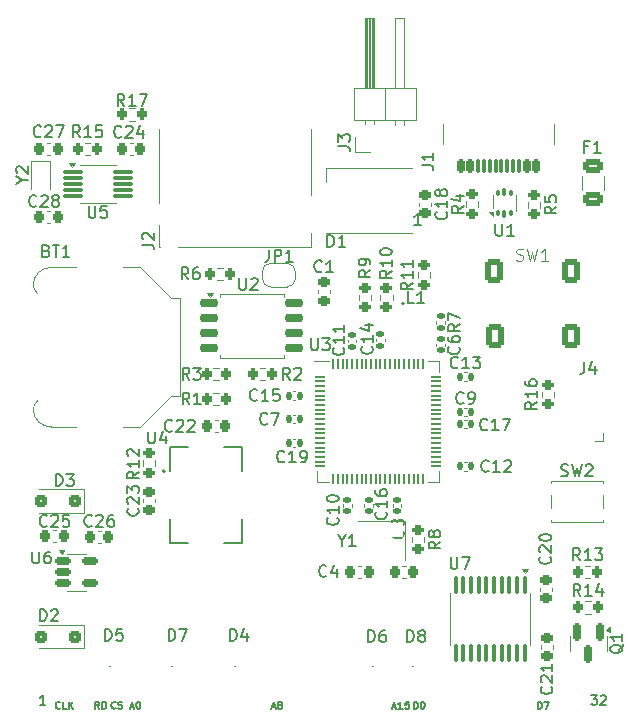
<source format=gto>
G04 #@! TF.GenerationSoftware,KiCad,Pcbnew,9.0.3*
G04 #@! TF.CreationDate,2025-07-16T19:29:37+02:00*
G04 #@! TF.ProjectId,GameboyCartridgeV2.1,47616d65-626f-4794-9361-727472696467,rev?*
G04 #@! TF.SameCoordinates,Original*
G04 #@! TF.FileFunction,Legend,Top*
G04 #@! TF.FilePolarity,Positive*
%FSLAX46Y46*%
G04 Gerber Fmt 4.6, Leading zero omitted, Abs format (unit mm)*
G04 Created by KiCad (PCBNEW 9.0.3) date 2025-07-16 19:29:37*
%MOMM*%
%LPD*%
G01*
G04 APERTURE LIST*
G04 Aperture macros list*
%AMRoundRect*
0 Rectangle with rounded corners*
0 $1 Rounding radius*
0 $2 $3 $4 $5 $6 $7 $8 $9 X,Y pos of 4 corners*
0 Add a 4 corners polygon primitive as box body*
4,1,4,$2,$3,$4,$5,$6,$7,$8,$9,$2,$3,0*
0 Add four circle primitives for the rounded corners*
1,1,$1+$1,$2,$3*
1,1,$1+$1,$4,$5*
1,1,$1+$1,$6,$7*
1,1,$1+$1,$8,$9*
0 Add four rect primitives between the rounded corners*
20,1,$1+$1,$2,$3,$4,$5,0*
20,1,$1+$1,$4,$5,$6,$7,0*
20,1,$1+$1,$6,$7,$8,$9,0*
20,1,$1+$1,$8,$9,$2,$3,0*%
%AMFreePoly0*
4,1,23,0.500000,-0.750000,0.000000,-0.750000,0.000000,-0.745722,-0.065263,-0.745722,-0.191342,-0.711940,-0.304381,-0.646677,-0.396677,-0.554381,-0.461940,-0.441342,-0.495722,-0.315263,-0.495722,-0.250000,-0.500000,-0.250000,-0.500000,0.250000,-0.495722,0.250000,-0.495722,0.315263,-0.461940,0.441342,-0.396677,0.554381,-0.304381,0.646677,-0.191342,0.711940,-0.065263,0.745722,0.000000,0.745722,
0.000000,0.750000,0.500000,0.750000,0.500000,-0.750000,0.500000,-0.750000,$1*%
%AMFreePoly1*
4,1,23,0.000000,0.745722,0.065263,0.745722,0.191342,0.711940,0.304381,0.646677,0.396677,0.554381,0.461940,0.441342,0.495722,0.315263,0.495722,0.250000,0.500000,0.250000,0.500000,-0.250000,0.495722,-0.250000,0.495722,-0.315263,0.461940,-0.441342,0.396677,-0.554381,0.304381,-0.646677,0.191342,-0.711940,0.065263,-0.745722,0.000000,-0.745722,0.000000,-0.750000,-0.500000,-0.750000,
-0.500000,0.750000,0.000000,0.750000,0.000000,0.745722,0.000000,0.745722,$1*%
G04 Aperture macros list end*
%ADD10C,0.150000*%
%ADD11C,0.100000*%
%ADD12C,0.120000*%
%ADD13C,0.127000*%
%ADD14C,0.200000*%
%ADD15C,0.191421*%
%ADD16C,0.350000*%
%ADD17C,0.000000*%
%ADD18C,0.010000*%
%ADD19RoundRect,0.140000X0.140000X0.170000X-0.140000X0.170000X-0.140000X-0.170000X0.140000X-0.170000X0*%
%ADD20RoundRect,0.200000X-0.275000X0.200000X-0.275000X-0.200000X0.275000X-0.200000X0.275000X0.200000X0*%
%ADD21RoundRect,0.225000X0.250000X-0.225000X0.250000X0.225000X-0.250000X0.225000X-0.250000X-0.225000X0*%
%ADD22R,1.100000X0.600000*%
%ADD23RoundRect,0.200000X-0.200000X-0.275000X0.200000X-0.275000X0.200000X0.275000X-0.200000X0.275000X0*%
%ADD24RoundRect,0.200000X0.275000X-0.200000X0.275000X0.200000X-0.275000X0.200000X-0.275000X-0.200000X0*%
%ADD25RoundRect,0.135000X-0.185000X0.135000X-0.185000X-0.135000X0.185000X-0.135000X0.185000X0.135000X0*%
%ADD26C,7.200000*%
%ADD27R,1.050000X0.650000*%
%ADD28RoundRect,0.150000X-0.512500X-0.150000X0.512500X-0.150000X0.512500X0.150000X-0.512500X0.150000X0*%
%ADD29RoundRect,0.140000X-0.140000X-0.170000X0.140000X-0.170000X0.140000X0.170000X-0.140000X0.170000X0*%
%ADD30RoundRect,0.200000X0.200000X0.275000X-0.200000X0.275000X-0.200000X-0.275000X0.200000X-0.275000X0*%
%ADD31C,0.990600*%
%ADD32C,0.787400*%
%ADD33C,0.410000*%
%ADD34R,0.700000X1.700000*%
%ADD35RoundRect,0.225000X-0.250000X0.225000X-0.250000X-0.225000X0.250000X-0.225000X0.250000X0.225000X0*%
%ADD36R,0.470000X0.530000*%
%ADD37RoundRect,0.140000X0.170000X-0.140000X0.170000X0.140000X-0.170000X0.140000X-0.170000X-0.140000X0*%
%ADD38RoundRect,0.225000X-0.225000X-0.250000X0.225000X-0.250000X0.225000X0.250000X-0.225000X0.250000X0*%
%ADD39RoundRect,0.140000X-0.170000X0.140000X-0.170000X-0.140000X0.170000X-0.140000X0.170000X0.140000X0*%
%ADD40RoundRect,0.250000X-0.500000X-0.750000X0.500000X-0.750000X0.500000X0.750000X-0.500000X0.750000X0*%
%ADD41RoundRect,0.250000X0.300000X0.300000X-0.300000X0.300000X-0.300000X-0.300000X0.300000X-0.300000X0*%
%ADD42RoundRect,0.093750X0.093750X-0.156250X0.093750X0.156250X-0.093750X0.156250X-0.093750X-0.156250X0*%
%ADD43RoundRect,0.075000X0.075000X-0.250000X0.075000X0.250000X-0.075000X0.250000X-0.075000X-0.250000X0*%
%ADD44RoundRect,0.250000X0.625000X-0.375000X0.625000X0.375000X-0.625000X0.375000X-0.625000X-0.375000X0*%
%ADD45RoundRect,0.225000X0.225000X0.250000X-0.225000X0.250000X-0.225000X-0.250000X0.225000X-0.250000X0*%
%ADD46RoundRect,0.150000X-0.150000X0.587500X-0.150000X-0.587500X0.150000X-0.587500X0.150000X0.587500X0*%
%ADD47R,0.700000X1.750000*%
%ADD48R,1.450000X1.000000*%
%ADD49R,1.000000X1.550000*%
%ADD50R,0.800000X1.500000*%
%ADD51R,1.300000X1.500000*%
%ADD52R,1.500000X1.500000*%
%ADD53R,0.800000X1.400000*%
%ADD54FreePoly0,0.000000*%
%ADD55FreePoly1,0.000000*%
%ADD56R,1.500000X0.900000*%
%ADD57RoundRect,0.100000X-0.100000X0.637500X-0.100000X-0.637500X0.100000X-0.637500X0.100000X0.637500X0*%
%ADD58R,1.400000X1.200000*%
%ADD59R,1.700000X1.700000*%
%ADD60O,1.700000X1.700000*%
%ADD61R,3.300000X3.500000*%
%ADD62C,10.200000*%
%ADD63RoundRect,0.150000X-0.650000X-0.150000X0.650000X-0.150000X0.650000X0.150000X-0.650000X0.150000X0*%
%ADD64C,0.650000*%
%ADD65RoundRect,0.150000X0.150000X0.425000X-0.150000X0.425000X-0.150000X-0.425000X0.150000X-0.425000X0*%
%ADD66RoundRect,0.075000X0.075000X0.500000X-0.075000X0.500000X-0.075000X-0.500000X0.075000X-0.500000X0*%
%ADD67O,1.000000X2.100000*%
%ADD68O,1.000000X1.800000*%
%ADD69C,0.800000*%
%ADD70RoundRect,0.087500X-0.725000X-0.087500X0.725000X-0.087500X0.725000X0.087500X-0.725000X0.087500X0*%
%ADD71RoundRect,0.055000X0.335000X-0.055000X0.335000X0.055000X-0.335000X0.055000X-0.335000X-0.055000X0*%
%ADD72RoundRect,0.055000X-0.055000X-0.335000X0.055000X-0.335000X0.055000X0.335000X-0.055000X0.335000X0*%
%ADD73C,0.600000*%
%ADD74R,1.133333X1.133333*%
G04 APERTURE END LIST*
D10*
X122384398Y-115061628D02*
X122355826Y-115090200D01*
X122355826Y-115090200D02*
X122270112Y-115118771D01*
X122270112Y-115118771D02*
X122212969Y-115118771D01*
X122212969Y-115118771D02*
X122127255Y-115090200D01*
X122127255Y-115090200D02*
X122070112Y-115033057D01*
X122070112Y-115033057D02*
X122041541Y-114975914D01*
X122041541Y-114975914D02*
X122012969Y-114861628D01*
X122012969Y-114861628D02*
X122012969Y-114775914D01*
X122012969Y-114775914D02*
X122041541Y-114661628D01*
X122041541Y-114661628D02*
X122070112Y-114604485D01*
X122070112Y-114604485D02*
X122127255Y-114547342D01*
X122127255Y-114547342D02*
X122212969Y-114518771D01*
X122212969Y-114518771D02*
X122270112Y-114518771D01*
X122270112Y-114518771D02*
X122355826Y-114547342D01*
X122355826Y-114547342D02*
X122384398Y-114575914D01*
X122612969Y-115090200D02*
X122698684Y-115118771D01*
X122698684Y-115118771D02*
X122841541Y-115118771D01*
X122841541Y-115118771D02*
X122898684Y-115090200D01*
X122898684Y-115090200D02*
X122927255Y-115061628D01*
X122927255Y-115061628D02*
X122955826Y-115004485D01*
X122955826Y-115004485D02*
X122955826Y-114947342D01*
X122955826Y-114947342D02*
X122927255Y-114890200D01*
X122927255Y-114890200D02*
X122898684Y-114861628D01*
X122898684Y-114861628D02*
X122841541Y-114833057D01*
X122841541Y-114833057D02*
X122727255Y-114804485D01*
X122727255Y-114804485D02*
X122670112Y-114775914D01*
X122670112Y-114775914D02*
X122641541Y-114747342D01*
X122641541Y-114747342D02*
X122612969Y-114690200D01*
X122612969Y-114690200D02*
X122612969Y-114633057D01*
X122612969Y-114633057D02*
X122641541Y-114575914D01*
X122641541Y-114575914D02*
X122670112Y-114547342D01*
X122670112Y-114547342D02*
X122727255Y-114518771D01*
X122727255Y-114518771D02*
X122870112Y-114518771D01*
X122870112Y-114518771D02*
X122955826Y-114547342D01*
X117684398Y-115061628D02*
X117655826Y-115090200D01*
X117655826Y-115090200D02*
X117570112Y-115118771D01*
X117570112Y-115118771D02*
X117512969Y-115118771D01*
X117512969Y-115118771D02*
X117427255Y-115090200D01*
X117427255Y-115090200D02*
X117370112Y-115033057D01*
X117370112Y-115033057D02*
X117341541Y-114975914D01*
X117341541Y-114975914D02*
X117312969Y-114861628D01*
X117312969Y-114861628D02*
X117312969Y-114775914D01*
X117312969Y-114775914D02*
X117341541Y-114661628D01*
X117341541Y-114661628D02*
X117370112Y-114604485D01*
X117370112Y-114604485D02*
X117427255Y-114547342D01*
X117427255Y-114547342D02*
X117512969Y-114518771D01*
X117512969Y-114518771D02*
X117570112Y-114518771D01*
X117570112Y-114518771D02*
X117655826Y-114547342D01*
X117655826Y-114547342D02*
X117684398Y-114575914D01*
X118227255Y-115118771D02*
X117941541Y-115118771D01*
X117941541Y-115118771D02*
X117941541Y-114518771D01*
X118427255Y-115118771D02*
X118427255Y-114518771D01*
X118770112Y-115118771D02*
X118512969Y-114775914D01*
X118770112Y-114518771D02*
X118427255Y-114861628D01*
X120984398Y-115118771D02*
X120784398Y-114833057D01*
X120641541Y-115118771D02*
X120641541Y-114518771D01*
X120641541Y-114518771D02*
X120870112Y-114518771D01*
X120870112Y-114518771D02*
X120927255Y-114547342D01*
X120927255Y-114547342D02*
X120955826Y-114575914D01*
X120955826Y-114575914D02*
X120984398Y-114633057D01*
X120984398Y-114633057D02*
X120984398Y-114718771D01*
X120984398Y-114718771D02*
X120955826Y-114775914D01*
X120955826Y-114775914D02*
X120927255Y-114804485D01*
X120927255Y-114804485D02*
X120870112Y-114833057D01*
X120870112Y-114833057D02*
X120641541Y-114833057D01*
X121241541Y-115118771D02*
X121241541Y-114518771D01*
X121241541Y-114518771D02*
X121384398Y-114518771D01*
X121384398Y-114518771D02*
X121470112Y-114547342D01*
X121470112Y-114547342D02*
X121527255Y-114604485D01*
X121527255Y-114604485D02*
X121555826Y-114661628D01*
X121555826Y-114661628D02*
X121584398Y-114775914D01*
X121584398Y-114775914D02*
X121584398Y-114861628D01*
X121584398Y-114861628D02*
X121555826Y-114975914D01*
X121555826Y-114975914D02*
X121527255Y-115033057D01*
X121527255Y-115033057D02*
X121470112Y-115090200D01*
X121470112Y-115090200D02*
X121384398Y-115118771D01*
X121384398Y-115118771D02*
X121241541Y-115118771D01*
X135612969Y-114947342D02*
X135898684Y-114947342D01*
X135555826Y-115118771D02*
X135755826Y-114518771D01*
X135755826Y-114518771D02*
X135955826Y-115118771D01*
X136241541Y-114775914D02*
X136184398Y-114747342D01*
X136184398Y-114747342D02*
X136155827Y-114718771D01*
X136155827Y-114718771D02*
X136127255Y-114661628D01*
X136127255Y-114661628D02*
X136127255Y-114633057D01*
X136127255Y-114633057D02*
X136155827Y-114575914D01*
X136155827Y-114575914D02*
X136184398Y-114547342D01*
X136184398Y-114547342D02*
X136241541Y-114518771D01*
X136241541Y-114518771D02*
X136355827Y-114518771D01*
X136355827Y-114518771D02*
X136412970Y-114547342D01*
X136412970Y-114547342D02*
X136441541Y-114575914D01*
X136441541Y-114575914D02*
X136470112Y-114633057D01*
X136470112Y-114633057D02*
X136470112Y-114661628D01*
X136470112Y-114661628D02*
X136441541Y-114718771D01*
X136441541Y-114718771D02*
X136412970Y-114747342D01*
X136412970Y-114747342D02*
X136355827Y-114775914D01*
X136355827Y-114775914D02*
X136241541Y-114775914D01*
X136241541Y-114775914D02*
X136184398Y-114804485D01*
X136184398Y-114804485D02*
X136155827Y-114833057D01*
X136155827Y-114833057D02*
X136127255Y-114890200D01*
X136127255Y-114890200D02*
X136127255Y-115004485D01*
X136127255Y-115004485D02*
X136155827Y-115061628D01*
X136155827Y-115061628D02*
X136184398Y-115090200D01*
X136184398Y-115090200D02*
X136241541Y-115118771D01*
X136241541Y-115118771D02*
X136355827Y-115118771D01*
X136355827Y-115118771D02*
X136412970Y-115090200D01*
X136412970Y-115090200D02*
X136441541Y-115061628D01*
X136441541Y-115061628D02*
X136470112Y-115004485D01*
X136470112Y-115004485D02*
X136470112Y-114890200D01*
X136470112Y-114890200D02*
X136441541Y-114833057D01*
X136441541Y-114833057D02*
X136412970Y-114804485D01*
X136412970Y-114804485D02*
X136355827Y-114775914D01*
X147641541Y-115118771D02*
X147641541Y-114518771D01*
X147641541Y-114518771D02*
X147784398Y-114518771D01*
X147784398Y-114518771D02*
X147870112Y-114547342D01*
X147870112Y-114547342D02*
X147927255Y-114604485D01*
X147927255Y-114604485D02*
X147955826Y-114661628D01*
X147955826Y-114661628D02*
X147984398Y-114775914D01*
X147984398Y-114775914D02*
X147984398Y-114861628D01*
X147984398Y-114861628D02*
X147955826Y-114975914D01*
X147955826Y-114975914D02*
X147927255Y-115033057D01*
X147927255Y-115033057D02*
X147870112Y-115090200D01*
X147870112Y-115090200D02*
X147784398Y-115118771D01*
X147784398Y-115118771D02*
X147641541Y-115118771D01*
X148355826Y-114518771D02*
X148412969Y-114518771D01*
X148412969Y-114518771D02*
X148470112Y-114547342D01*
X148470112Y-114547342D02*
X148498684Y-114575914D01*
X148498684Y-114575914D02*
X148527255Y-114633057D01*
X148527255Y-114633057D02*
X148555826Y-114747342D01*
X148555826Y-114747342D02*
X148555826Y-114890200D01*
X148555826Y-114890200D02*
X148527255Y-115004485D01*
X148527255Y-115004485D02*
X148498684Y-115061628D01*
X148498684Y-115061628D02*
X148470112Y-115090200D01*
X148470112Y-115090200D02*
X148412969Y-115118771D01*
X148412969Y-115118771D02*
X148355826Y-115118771D01*
X148355826Y-115118771D02*
X148298684Y-115090200D01*
X148298684Y-115090200D02*
X148270112Y-115061628D01*
X148270112Y-115061628D02*
X148241541Y-115004485D01*
X148241541Y-115004485D02*
X148212969Y-114890200D01*
X148212969Y-114890200D02*
X148212969Y-114747342D01*
X148212969Y-114747342D02*
X148241541Y-114633057D01*
X148241541Y-114633057D02*
X148270112Y-114575914D01*
X148270112Y-114575914D02*
X148298684Y-114547342D01*
X148298684Y-114547342D02*
X148355826Y-114518771D01*
X145812969Y-114947342D02*
X146098684Y-114947342D01*
X145755826Y-115118771D02*
X145955826Y-114518771D01*
X145955826Y-114518771D02*
X146155826Y-115118771D01*
X146670112Y-115118771D02*
X146327255Y-115118771D01*
X146498684Y-115118771D02*
X146498684Y-114518771D01*
X146498684Y-114518771D02*
X146441541Y-114604485D01*
X146441541Y-114604485D02*
X146384398Y-114661628D01*
X146384398Y-114661628D02*
X146327255Y-114690200D01*
X147212970Y-114518771D02*
X146927256Y-114518771D01*
X146927256Y-114518771D02*
X146898684Y-114804485D01*
X146898684Y-114804485D02*
X146927256Y-114775914D01*
X146927256Y-114775914D02*
X146984399Y-114747342D01*
X146984399Y-114747342D02*
X147127256Y-114747342D01*
X147127256Y-114747342D02*
X147184399Y-114775914D01*
X147184399Y-114775914D02*
X147212970Y-114804485D01*
X147212970Y-114804485D02*
X147241541Y-114861628D01*
X147241541Y-114861628D02*
X147241541Y-115004485D01*
X147241541Y-115004485D02*
X147212970Y-115061628D01*
X147212970Y-115061628D02*
X147184399Y-115090200D01*
X147184399Y-115090200D02*
X147127256Y-115118771D01*
X147127256Y-115118771D02*
X146984399Y-115118771D01*
X146984399Y-115118771D02*
X146927256Y-115090200D01*
X146927256Y-115090200D02*
X146898684Y-115061628D01*
X123612969Y-114947342D02*
X123898684Y-114947342D01*
X123555826Y-115118771D02*
X123755826Y-114518771D01*
X123755826Y-114518771D02*
X123955826Y-115118771D01*
X124270112Y-114518771D02*
X124327255Y-114518771D01*
X124327255Y-114518771D02*
X124384398Y-114547342D01*
X124384398Y-114547342D02*
X124412970Y-114575914D01*
X124412970Y-114575914D02*
X124441541Y-114633057D01*
X124441541Y-114633057D02*
X124470112Y-114747342D01*
X124470112Y-114747342D02*
X124470112Y-114890200D01*
X124470112Y-114890200D02*
X124441541Y-115004485D01*
X124441541Y-115004485D02*
X124412970Y-115061628D01*
X124412970Y-115061628D02*
X124384398Y-115090200D01*
X124384398Y-115090200D02*
X124327255Y-115118771D01*
X124327255Y-115118771D02*
X124270112Y-115118771D01*
X124270112Y-115118771D02*
X124212970Y-115090200D01*
X124212970Y-115090200D02*
X124184398Y-115061628D01*
X124184398Y-115061628D02*
X124155827Y-115004485D01*
X124155827Y-115004485D02*
X124127255Y-114890200D01*
X124127255Y-114890200D02*
X124127255Y-114747342D01*
X124127255Y-114747342D02*
X124155827Y-114633057D01*
X124155827Y-114633057D02*
X124184398Y-114575914D01*
X124184398Y-114575914D02*
X124212970Y-114547342D01*
X124212970Y-114547342D02*
X124270112Y-114518771D01*
X158141541Y-115118771D02*
X158141541Y-114518771D01*
X158141541Y-114518771D02*
X158284398Y-114518771D01*
X158284398Y-114518771D02*
X158370112Y-114547342D01*
X158370112Y-114547342D02*
X158427255Y-114604485D01*
X158427255Y-114604485D02*
X158455826Y-114661628D01*
X158455826Y-114661628D02*
X158484398Y-114775914D01*
X158484398Y-114775914D02*
X158484398Y-114861628D01*
X158484398Y-114861628D02*
X158455826Y-114975914D01*
X158455826Y-114975914D02*
X158427255Y-115033057D01*
X158427255Y-115033057D02*
X158370112Y-115090200D01*
X158370112Y-115090200D02*
X158284398Y-115118771D01*
X158284398Y-115118771D02*
X158141541Y-115118771D01*
X158684398Y-114518771D02*
X159084398Y-114518771D01*
X159084398Y-114518771D02*
X158827255Y-115118771D01*
X135233333Y-90959580D02*
X135185714Y-91007200D01*
X135185714Y-91007200D02*
X135042857Y-91054819D01*
X135042857Y-91054819D02*
X134947619Y-91054819D01*
X134947619Y-91054819D02*
X134804762Y-91007200D01*
X134804762Y-91007200D02*
X134709524Y-90911961D01*
X134709524Y-90911961D02*
X134661905Y-90816723D01*
X134661905Y-90816723D02*
X134614286Y-90626247D01*
X134614286Y-90626247D02*
X134614286Y-90483390D01*
X134614286Y-90483390D02*
X134661905Y-90292914D01*
X134661905Y-90292914D02*
X134709524Y-90197676D01*
X134709524Y-90197676D02*
X134804762Y-90102438D01*
X134804762Y-90102438D02*
X134947619Y-90054819D01*
X134947619Y-90054819D02*
X135042857Y-90054819D01*
X135042857Y-90054819D02*
X135185714Y-90102438D01*
X135185714Y-90102438D02*
X135233333Y-90150057D01*
X135566667Y-90054819D02*
X136233333Y-90054819D01*
X136233333Y-90054819D02*
X135804762Y-91054819D01*
X159694819Y-72606666D02*
X159218628Y-72939999D01*
X159694819Y-73178094D02*
X158694819Y-73178094D01*
X158694819Y-73178094D02*
X158694819Y-72797142D01*
X158694819Y-72797142D02*
X158742438Y-72701904D01*
X158742438Y-72701904D02*
X158790057Y-72654285D01*
X158790057Y-72654285D02*
X158885295Y-72606666D01*
X158885295Y-72606666D02*
X159028152Y-72606666D01*
X159028152Y-72606666D02*
X159123390Y-72654285D01*
X159123390Y-72654285D02*
X159171009Y-72701904D01*
X159171009Y-72701904D02*
X159218628Y-72797142D01*
X159218628Y-72797142D02*
X159218628Y-73178094D01*
X158694819Y-71701904D02*
X158694819Y-72178094D01*
X158694819Y-72178094D02*
X159171009Y-72225713D01*
X159171009Y-72225713D02*
X159123390Y-72178094D01*
X159123390Y-72178094D02*
X159075771Y-72082856D01*
X159075771Y-72082856D02*
X159075771Y-71844761D01*
X159075771Y-71844761D02*
X159123390Y-71749523D01*
X159123390Y-71749523D02*
X159171009Y-71701904D01*
X159171009Y-71701904D02*
X159266247Y-71654285D01*
X159266247Y-71654285D02*
X159504342Y-71654285D01*
X159504342Y-71654285D02*
X159599580Y-71701904D01*
X159599580Y-71701904D02*
X159647200Y-71749523D01*
X159647200Y-71749523D02*
X159694819Y-71844761D01*
X159694819Y-71844761D02*
X159694819Y-72082856D01*
X159694819Y-72082856D02*
X159647200Y-72178094D01*
X159647200Y-72178094D02*
X159599580Y-72225713D01*
X159259580Y-113242857D02*
X159307200Y-113290476D01*
X159307200Y-113290476D02*
X159354819Y-113433333D01*
X159354819Y-113433333D02*
X159354819Y-113528571D01*
X159354819Y-113528571D02*
X159307200Y-113671428D01*
X159307200Y-113671428D02*
X159211961Y-113766666D01*
X159211961Y-113766666D02*
X159116723Y-113814285D01*
X159116723Y-113814285D02*
X158926247Y-113861904D01*
X158926247Y-113861904D02*
X158783390Y-113861904D01*
X158783390Y-113861904D02*
X158592914Y-113814285D01*
X158592914Y-113814285D02*
X158497676Y-113766666D01*
X158497676Y-113766666D02*
X158402438Y-113671428D01*
X158402438Y-113671428D02*
X158354819Y-113528571D01*
X158354819Y-113528571D02*
X158354819Y-113433333D01*
X158354819Y-113433333D02*
X158402438Y-113290476D01*
X158402438Y-113290476D02*
X158450057Y-113242857D01*
X158450057Y-112861904D02*
X158402438Y-112814285D01*
X158402438Y-112814285D02*
X158354819Y-112719047D01*
X158354819Y-112719047D02*
X158354819Y-112480952D01*
X158354819Y-112480952D02*
X158402438Y-112385714D01*
X158402438Y-112385714D02*
X158450057Y-112338095D01*
X158450057Y-112338095D02*
X158545295Y-112290476D01*
X158545295Y-112290476D02*
X158640533Y-112290476D01*
X158640533Y-112290476D02*
X158783390Y-112338095D01*
X158783390Y-112338095D02*
X159354819Y-112909523D01*
X159354819Y-112909523D02*
X159354819Y-112290476D01*
X159354819Y-111338095D02*
X159354819Y-111909523D01*
X159354819Y-111623809D02*
X158354819Y-111623809D01*
X158354819Y-111623809D02*
X158497676Y-111719047D01*
X158497676Y-111719047D02*
X158592914Y-111814285D01*
X158592914Y-111814285D02*
X158640533Y-111909523D01*
X114478628Y-70376190D02*
X114954819Y-70376190D01*
X113954819Y-70709523D02*
X114478628Y-70376190D01*
X114478628Y-70376190D02*
X113954819Y-70042857D01*
X114050057Y-69757142D02*
X114002438Y-69709523D01*
X114002438Y-69709523D02*
X113954819Y-69614285D01*
X113954819Y-69614285D02*
X113954819Y-69376190D01*
X113954819Y-69376190D02*
X114002438Y-69280952D01*
X114002438Y-69280952D02*
X114050057Y-69233333D01*
X114050057Y-69233333D02*
X114145295Y-69185714D01*
X114145295Y-69185714D02*
X114240533Y-69185714D01*
X114240533Y-69185714D02*
X114383390Y-69233333D01*
X114383390Y-69233333D02*
X114954819Y-69804761D01*
X114954819Y-69804761D02*
X114954819Y-69185714D01*
X161737142Y-105554819D02*
X161403809Y-105078628D01*
X161165714Y-105554819D02*
X161165714Y-104554819D01*
X161165714Y-104554819D02*
X161546666Y-104554819D01*
X161546666Y-104554819D02*
X161641904Y-104602438D01*
X161641904Y-104602438D02*
X161689523Y-104650057D01*
X161689523Y-104650057D02*
X161737142Y-104745295D01*
X161737142Y-104745295D02*
X161737142Y-104888152D01*
X161737142Y-104888152D02*
X161689523Y-104983390D01*
X161689523Y-104983390D02*
X161641904Y-105031009D01*
X161641904Y-105031009D02*
X161546666Y-105078628D01*
X161546666Y-105078628D02*
X161165714Y-105078628D01*
X162689523Y-105554819D02*
X162118095Y-105554819D01*
X162403809Y-105554819D02*
X162403809Y-104554819D01*
X162403809Y-104554819D02*
X162308571Y-104697676D01*
X162308571Y-104697676D02*
X162213333Y-104792914D01*
X162213333Y-104792914D02*
X162118095Y-104840533D01*
X163546666Y-104888152D02*
X163546666Y-105554819D01*
X163308571Y-104507200D02*
X163070476Y-105221485D01*
X163070476Y-105221485D02*
X163689523Y-105221485D01*
X143954819Y-77966666D02*
X143478628Y-78299999D01*
X143954819Y-78538094D02*
X142954819Y-78538094D01*
X142954819Y-78538094D02*
X142954819Y-78157142D01*
X142954819Y-78157142D02*
X143002438Y-78061904D01*
X143002438Y-78061904D02*
X143050057Y-78014285D01*
X143050057Y-78014285D02*
X143145295Y-77966666D01*
X143145295Y-77966666D02*
X143288152Y-77966666D01*
X143288152Y-77966666D02*
X143383390Y-78014285D01*
X143383390Y-78014285D02*
X143431009Y-78061904D01*
X143431009Y-78061904D02*
X143478628Y-78157142D01*
X143478628Y-78157142D02*
X143478628Y-78538094D01*
X143954819Y-77490475D02*
X143954819Y-77299999D01*
X143954819Y-77299999D02*
X143907200Y-77204761D01*
X143907200Y-77204761D02*
X143859580Y-77157142D01*
X143859580Y-77157142D02*
X143716723Y-77061904D01*
X143716723Y-77061904D02*
X143526247Y-77014285D01*
X143526247Y-77014285D02*
X143145295Y-77014285D01*
X143145295Y-77014285D02*
X143050057Y-77061904D01*
X143050057Y-77061904D02*
X143002438Y-77109523D01*
X143002438Y-77109523D02*
X142954819Y-77204761D01*
X142954819Y-77204761D02*
X142954819Y-77395237D01*
X142954819Y-77395237D02*
X143002438Y-77490475D01*
X143002438Y-77490475D02*
X143050057Y-77538094D01*
X143050057Y-77538094D02*
X143145295Y-77585713D01*
X143145295Y-77585713D02*
X143383390Y-77585713D01*
X143383390Y-77585713D02*
X143478628Y-77538094D01*
X143478628Y-77538094D02*
X143526247Y-77490475D01*
X143526247Y-77490475D02*
X143573866Y-77395237D01*
X143573866Y-77395237D02*
X143573866Y-77204761D01*
X143573866Y-77204761D02*
X143526247Y-77109523D01*
X143526247Y-77109523D02*
X143478628Y-77061904D01*
X143478628Y-77061904D02*
X143383390Y-77014285D01*
X151524819Y-82566666D02*
X151048628Y-82899999D01*
X151524819Y-83138094D02*
X150524819Y-83138094D01*
X150524819Y-83138094D02*
X150524819Y-82757142D01*
X150524819Y-82757142D02*
X150572438Y-82661904D01*
X150572438Y-82661904D02*
X150620057Y-82614285D01*
X150620057Y-82614285D02*
X150715295Y-82566666D01*
X150715295Y-82566666D02*
X150858152Y-82566666D01*
X150858152Y-82566666D02*
X150953390Y-82614285D01*
X150953390Y-82614285D02*
X151001009Y-82661904D01*
X151001009Y-82661904D02*
X151048628Y-82757142D01*
X151048628Y-82757142D02*
X151048628Y-83138094D01*
X150524819Y-82233332D02*
X150524819Y-81566666D01*
X150524819Y-81566666D02*
X151524819Y-81995237D01*
X160091667Y-95382200D02*
X160234524Y-95429819D01*
X160234524Y-95429819D02*
X160472619Y-95429819D01*
X160472619Y-95429819D02*
X160567857Y-95382200D01*
X160567857Y-95382200D02*
X160615476Y-95334580D01*
X160615476Y-95334580D02*
X160663095Y-95239342D01*
X160663095Y-95239342D02*
X160663095Y-95144104D01*
X160663095Y-95144104D02*
X160615476Y-95048866D01*
X160615476Y-95048866D02*
X160567857Y-95001247D01*
X160567857Y-95001247D02*
X160472619Y-94953628D01*
X160472619Y-94953628D02*
X160282143Y-94906009D01*
X160282143Y-94906009D02*
X160186905Y-94858390D01*
X160186905Y-94858390D02*
X160139286Y-94810771D01*
X160139286Y-94810771D02*
X160091667Y-94715533D01*
X160091667Y-94715533D02*
X160091667Y-94620295D01*
X160091667Y-94620295D02*
X160139286Y-94525057D01*
X160139286Y-94525057D02*
X160186905Y-94477438D01*
X160186905Y-94477438D02*
X160282143Y-94429819D01*
X160282143Y-94429819D02*
X160520238Y-94429819D01*
X160520238Y-94429819D02*
X160663095Y-94477438D01*
X160996429Y-94429819D02*
X161234524Y-95429819D01*
X161234524Y-95429819D02*
X161425000Y-94715533D01*
X161425000Y-94715533D02*
X161615476Y-95429819D01*
X161615476Y-95429819D02*
X161853572Y-94429819D01*
X162186905Y-94525057D02*
X162234524Y-94477438D01*
X162234524Y-94477438D02*
X162329762Y-94429819D01*
X162329762Y-94429819D02*
X162567857Y-94429819D01*
X162567857Y-94429819D02*
X162663095Y-94477438D01*
X162663095Y-94477438D02*
X162710714Y-94525057D01*
X162710714Y-94525057D02*
X162758333Y-94620295D01*
X162758333Y-94620295D02*
X162758333Y-94715533D01*
X162758333Y-94715533D02*
X162710714Y-94858390D01*
X162710714Y-94858390D02*
X162139286Y-95429819D01*
X162139286Y-95429819D02*
X162758333Y-95429819D01*
X115338095Y-101804819D02*
X115338095Y-102614342D01*
X115338095Y-102614342D02*
X115385714Y-102709580D01*
X115385714Y-102709580D02*
X115433333Y-102757200D01*
X115433333Y-102757200D02*
X115528571Y-102804819D01*
X115528571Y-102804819D02*
X115719047Y-102804819D01*
X115719047Y-102804819D02*
X115814285Y-102757200D01*
X115814285Y-102757200D02*
X115861904Y-102709580D01*
X115861904Y-102709580D02*
X115909523Y-102614342D01*
X115909523Y-102614342D02*
X115909523Y-101804819D01*
X116814285Y-101804819D02*
X116623809Y-101804819D01*
X116623809Y-101804819D02*
X116528571Y-101852438D01*
X116528571Y-101852438D02*
X116480952Y-101900057D01*
X116480952Y-101900057D02*
X116385714Y-102042914D01*
X116385714Y-102042914D02*
X116338095Y-102233390D01*
X116338095Y-102233390D02*
X116338095Y-102614342D01*
X116338095Y-102614342D02*
X116385714Y-102709580D01*
X116385714Y-102709580D02*
X116433333Y-102757200D01*
X116433333Y-102757200D02*
X116528571Y-102804819D01*
X116528571Y-102804819D02*
X116719047Y-102804819D01*
X116719047Y-102804819D02*
X116814285Y-102757200D01*
X116814285Y-102757200D02*
X116861904Y-102709580D01*
X116861904Y-102709580D02*
X116909523Y-102614342D01*
X116909523Y-102614342D02*
X116909523Y-102376247D01*
X116909523Y-102376247D02*
X116861904Y-102281009D01*
X116861904Y-102281009D02*
X116814285Y-102233390D01*
X116814285Y-102233390D02*
X116719047Y-102185771D01*
X116719047Y-102185771D02*
X116528571Y-102185771D01*
X116528571Y-102185771D02*
X116433333Y-102233390D01*
X116433333Y-102233390D02*
X116385714Y-102281009D01*
X116385714Y-102281009D02*
X116338095Y-102376247D01*
X151357142Y-86199580D02*
X151309523Y-86247200D01*
X151309523Y-86247200D02*
X151166666Y-86294819D01*
X151166666Y-86294819D02*
X151071428Y-86294819D01*
X151071428Y-86294819D02*
X150928571Y-86247200D01*
X150928571Y-86247200D02*
X150833333Y-86151961D01*
X150833333Y-86151961D02*
X150785714Y-86056723D01*
X150785714Y-86056723D02*
X150738095Y-85866247D01*
X150738095Y-85866247D02*
X150738095Y-85723390D01*
X150738095Y-85723390D02*
X150785714Y-85532914D01*
X150785714Y-85532914D02*
X150833333Y-85437676D01*
X150833333Y-85437676D02*
X150928571Y-85342438D01*
X150928571Y-85342438D02*
X151071428Y-85294819D01*
X151071428Y-85294819D02*
X151166666Y-85294819D01*
X151166666Y-85294819D02*
X151309523Y-85342438D01*
X151309523Y-85342438D02*
X151357142Y-85390057D01*
X152309523Y-86294819D02*
X151738095Y-86294819D01*
X152023809Y-86294819D02*
X152023809Y-85294819D01*
X152023809Y-85294819D02*
X151928571Y-85437676D01*
X151928571Y-85437676D02*
X151833333Y-85532914D01*
X151833333Y-85532914D02*
X151738095Y-85580533D01*
X152642857Y-85294819D02*
X153261904Y-85294819D01*
X153261904Y-85294819D02*
X152928571Y-85675771D01*
X152928571Y-85675771D02*
X153071428Y-85675771D01*
X153071428Y-85675771D02*
X153166666Y-85723390D01*
X153166666Y-85723390D02*
X153214285Y-85771009D01*
X153214285Y-85771009D02*
X153261904Y-85866247D01*
X153261904Y-85866247D02*
X153261904Y-86104342D01*
X153261904Y-86104342D02*
X153214285Y-86199580D01*
X153214285Y-86199580D02*
X153166666Y-86247200D01*
X153166666Y-86247200D02*
X153071428Y-86294819D01*
X153071428Y-86294819D02*
X152785714Y-86294819D01*
X152785714Y-86294819D02*
X152690476Y-86247200D01*
X152690476Y-86247200D02*
X152642857Y-86199580D01*
X137133333Y-87254819D02*
X136800000Y-86778628D01*
X136561905Y-87254819D02*
X136561905Y-86254819D01*
X136561905Y-86254819D02*
X136942857Y-86254819D01*
X136942857Y-86254819D02*
X137038095Y-86302438D01*
X137038095Y-86302438D02*
X137085714Y-86350057D01*
X137085714Y-86350057D02*
X137133333Y-86445295D01*
X137133333Y-86445295D02*
X137133333Y-86588152D01*
X137133333Y-86588152D02*
X137085714Y-86683390D01*
X137085714Y-86683390D02*
X137038095Y-86731009D01*
X137038095Y-86731009D02*
X136942857Y-86778628D01*
X136942857Y-86778628D02*
X136561905Y-86778628D01*
X137514286Y-86350057D02*
X137561905Y-86302438D01*
X137561905Y-86302438D02*
X137657143Y-86254819D01*
X137657143Y-86254819D02*
X137895238Y-86254819D01*
X137895238Y-86254819D02*
X137990476Y-86302438D01*
X137990476Y-86302438D02*
X138038095Y-86350057D01*
X138038095Y-86350057D02*
X138085714Y-86445295D01*
X138085714Y-86445295D02*
X138085714Y-86540533D01*
X138085714Y-86540533D02*
X138038095Y-86683390D01*
X138038095Y-86683390D02*
X137466667Y-87254819D01*
X137466667Y-87254819D02*
X138085714Y-87254819D01*
X162066666Y-85754819D02*
X162066666Y-86469104D01*
X162066666Y-86469104D02*
X162019047Y-86611961D01*
X162019047Y-86611961D02*
X161923809Y-86707200D01*
X161923809Y-86707200D02*
X161780952Y-86754819D01*
X161780952Y-86754819D02*
X161685714Y-86754819D01*
X162971428Y-86088152D02*
X162971428Y-86754819D01*
X162733333Y-85707200D02*
X162495238Y-86421485D01*
X162495238Y-86421485D02*
X163114285Y-86421485D01*
X153957142Y-94959580D02*
X153909523Y-95007200D01*
X153909523Y-95007200D02*
X153766666Y-95054819D01*
X153766666Y-95054819D02*
X153671428Y-95054819D01*
X153671428Y-95054819D02*
X153528571Y-95007200D01*
X153528571Y-95007200D02*
X153433333Y-94911961D01*
X153433333Y-94911961D02*
X153385714Y-94816723D01*
X153385714Y-94816723D02*
X153338095Y-94626247D01*
X153338095Y-94626247D02*
X153338095Y-94483390D01*
X153338095Y-94483390D02*
X153385714Y-94292914D01*
X153385714Y-94292914D02*
X153433333Y-94197676D01*
X153433333Y-94197676D02*
X153528571Y-94102438D01*
X153528571Y-94102438D02*
X153671428Y-94054819D01*
X153671428Y-94054819D02*
X153766666Y-94054819D01*
X153766666Y-94054819D02*
X153909523Y-94102438D01*
X153909523Y-94102438D02*
X153957142Y-94150057D01*
X154909523Y-95054819D02*
X154338095Y-95054819D01*
X154623809Y-95054819D02*
X154623809Y-94054819D01*
X154623809Y-94054819D02*
X154528571Y-94197676D01*
X154528571Y-94197676D02*
X154433333Y-94292914D01*
X154433333Y-94292914D02*
X154338095Y-94340533D01*
X155290476Y-94150057D02*
X155338095Y-94102438D01*
X155338095Y-94102438D02*
X155433333Y-94054819D01*
X155433333Y-94054819D02*
X155671428Y-94054819D01*
X155671428Y-94054819D02*
X155766666Y-94102438D01*
X155766666Y-94102438D02*
X155814285Y-94150057D01*
X155814285Y-94150057D02*
X155861904Y-94245295D01*
X155861904Y-94245295D02*
X155861904Y-94340533D01*
X155861904Y-94340533D02*
X155814285Y-94483390D01*
X155814285Y-94483390D02*
X155242857Y-95054819D01*
X155242857Y-95054819D02*
X155861904Y-95054819D01*
X125138095Y-91654819D02*
X125138095Y-92464342D01*
X125138095Y-92464342D02*
X125185714Y-92559580D01*
X125185714Y-92559580D02*
X125233333Y-92607200D01*
X125233333Y-92607200D02*
X125328571Y-92654819D01*
X125328571Y-92654819D02*
X125519047Y-92654819D01*
X125519047Y-92654819D02*
X125614285Y-92607200D01*
X125614285Y-92607200D02*
X125661904Y-92559580D01*
X125661904Y-92559580D02*
X125709523Y-92464342D01*
X125709523Y-92464342D02*
X125709523Y-91654819D01*
X126614285Y-91988152D02*
X126614285Y-92654819D01*
X126376190Y-91607200D02*
X126138095Y-92321485D01*
X126138095Y-92321485D02*
X126757142Y-92321485D01*
X147633333Y-80763030D02*
X147157143Y-80763030D01*
X147157143Y-80763030D02*
X147157143Y-79763030D01*
X148490476Y-80763030D02*
X147919048Y-80763030D01*
X148204762Y-80763030D02*
X148204762Y-79763030D01*
X148204762Y-79763030D02*
X148109524Y-79905887D01*
X148109524Y-79905887D02*
X148014286Y-80001125D01*
X148014286Y-80001125D02*
X147919048Y-80048744D01*
X124259580Y-98142857D02*
X124307200Y-98190476D01*
X124307200Y-98190476D02*
X124354819Y-98333333D01*
X124354819Y-98333333D02*
X124354819Y-98428571D01*
X124354819Y-98428571D02*
X124307200Y-98571428D01*
X124307200Y-98571428D02*
X124211961Y-98666666D01*
X124211961Y-98666666D02*
X124116723Y-98714285D01*
X124116723Y-98714285D02*
X123926247Y-98761904D01*
X123926247Y-98761904D02*
X123783390Y-98761904D01*
X123783390Y-98761904D02*
X123592914Y-98714285D01*
X123592914Y-98714285D02*
X123497676Y-98666666D01*
X123497676Y-98666666D02*
X123402438Y-98571428D01*
X123402438Y-98571428D02*
X123354819Y-98428571D01*
X123354819Y-98428571D02*
X123354819Y-98333333D01*
X123354819Y-98333333D02*
X123402438Y-98190476D01*
X123402438Y-98190476D02*
X123450057Y-98142857D01*
X123450057Y-97761904D02*
X123402438Y-97714285D01*
X123402438Y-97714285D02*
X123354819Y-97619047D01*
X123354819Y-97619047D02*
X123354819Y-97380952D01*
X123354819Y-97380952D02*
X123402438Y-97285714D01*
X123402438Y-97285714D02*
X123450057Y-97238095D01*
X123450057Y-97238095D02*
X123545295Y-97190476D01*
X123545295Y-97190476D02*
X123640533Y-97190476D01*
X123640533Y-97190476D02*
X123783390Y-97238095D01*
X123783390Y-97238095D02*
X124354819Y-97809523D01*
X124354819Y-97809523D02*
X124354819Y-97190476D01*
X123354819Y-96857142D02*
X123354819Y-96238095D01*
X123354819Y-96238095D02*
X123735771Y-96571428D01*
X123735771Y-96571428D02*
X123735771Y-96428571D01*
X123735771Y-96428571D02*
X123783390Y-96333333D01*
X123783390Y-96333333D02*
X123831009Y-96285714D01*
X123831009Y-96285714D02*
X123926247Y-96238095D01*
X123926247Y-96238095D02*
X124164342Y-96238095D01*
X124164342Y-96238095D02*
X124259580Y-96285714D01*
X124259580Y-96285714D02*
X124307200Y-96333333D01*
X124307200Y-96333333D02*
X124354819Y-96428571D01*
X124354819Y-96428571D02*
X124354819Y-96714285D01*
X124354819Y-96714285D02*
X124307200Y-96809523D01*
X124307200Y-96809523D02*
X124259580Y-96857142D01*
X145754819Y-78042857D02*
X145278628Y-78376190D01*
X145754819Y-78614285D02*
X144754819Y-78614285D01*
X144754819Y-78614285D02*
X144754819Y-78233333D01*
X144754819Y-78233333D02*
X144802438Y-78138095D01*
X144802438Y-78138095D02*
X144850057Y-78090476D01*
X144850057Y-78090476D02*
X144945295Y-78042857D01*
X144945295Y-78042857D02*
X145088152Y-78042857D01*
X145088152Y-78042857D02*
X145183390Y-78090476D01*
X145183390Y-78090476D02*
X145231009Y-78138095D01*
X145231009Y-78138095D02*
X145278628Y-78233333D01*
X145278628Y-78233333D02*
X145278628Y-78614285D01*
X145754819Y-77090476D02*
X145754819Y-77661904D01*
X145754819Y-77376190D02*
X144754819Y-77376190D01*
X144754819Y-77376190D02*
X144897676Y-77471428D01*
X144897676Y-77471428D02*
X144992914Y-77566666D01*
X144992914Y-77566666D02*
X145040533Y-77661904D01*
X144754819Y-76471428D02*
X144754819Y-76376190D01*
X144754819Y-76376190D02*
X144802438Y-76280952D01*
X144802438Y-76280952D02*
X144850057Y-76233333D01*
X144850057Y-76233333D02*
X144945295Y-76185714D01*
X144945295Y-76185714D02*
X145135771Y-76138095D01*
X145135771Y-76138095D02*
X145373866Y-76138095D01*
X145373866Y-76138095D02*
X145564342Y-76185714D01*
X145564342Y-76185714D02*
X145659580Y-76233333D01*
X145659580Y-76233333D02*
X145707200Y-76280952D01*
X145707200Y-76280952D02*
X145754819Y-76376190D01*
X145754819Y-76376190D02*
X145754819Y-76471428D01*
X145754819Y-76471428D02*
X145707200Y-76566666D01*
X145707200Y-76566666D02*
X145659580Y-76614285D01*
X145659580Y-76614285D02*
X145564342Y-76661904D01*
X145564342Y-76661904D02*
X145373866Y-76709523D01*
X145373866Y-76709523D02*
X145135771Y-76709523D01*
X145135771Y-76709523D02*
X144945295Y-76661904D01*
X144945295Y-76661904D02*
X144850057Y-76614285D01*
X144850057Y-76614285D02*
X144802438Y-76566666D01*
X144802438Y-76566666D02*
X144754819Y-76471428D01*
X124354819Y-95042857D02*
X123878628Y-95376190D01*
X124354819Y-95614285D02*
X123354819Y-95614285D01*
X123354819Y-95614285D02*
X123354819Y-95233333D01*
X123354819Y-95233333D02*
X123402438Y-95138095D01*
X123402438Y-95138095D02*
X123450057Y-95090476D01*
X123450057Y-95090476D02*
X123545295Y-95042857D01*
X123545295Y-95042857D02*
X123688152Y-95042857D01*
X123688152Y-95042857D02*
X123783390Y-95090476D01*
X123783390Y-95090476D02*
X123831009Y-95138095D01*
X123831009Y-95138095D02*
X123878628Y-95233333D01*
X123878628Y-95233333D02*
X123878628Y-95614285D01*
X124354819Y-94090476D02*
X124354819Y-94661904D01*
X124354819Y-94376190D02*
X123354819Y-94376190D01*
X123354819Y-94376190D02*
X123497676Y-94471428D01*
X123497676Y-94471428D02*
X123592914Y-94566666D01*
X123592914Y-94566666D02*
X123640533Y-94661904D01*
X123450057Y-93709523D02*
X123402438Y-93661904D01*
X123402438Y-93661904D02*
X123354819Y-93566666D01*
X123354819Y-93566666D02*
X123354819Y-93328571D01*
X123354819Y-93328571D02*
X123402438Y-93233333D01*
X123402438Y-93233333D02*
X123450057Y-93185714D01*
X123450057Y-93185714D02*
X123545295Y-93138095D01*
X123545295Y-93138095D02*
X123640533Y-93138095D01*
X123640533Y-93138095D02*
X123783390Y-93185714D01*
X123783390Y-93185714D02*
X124354819Y-93757142D01*
X124354819Y-93757142D02*
X124354819Y-93138095D01*
X151833333Y-89199580D02*
X151785714Y-89247200D01*
X151785714Y-89247200D02*
X151642857Y-89294819D01*
X151642857Y-89294819D02*
X151547619Y-89294819D01*
X151547619Y-89294819D02*
X151404762Y-89247200D01*
X151404762Y-89247200D02*
X151309524Y-89151961D01*
X151309524Y-89151961D02*
X151261905Y-89056723D01*
X151261905Y-89056723D02*
X151214286Y-88866247D01*
X151214286Y-88866247D02*
X151214286Y-88723390D01*
X151214286Y-88723390D02*
X151261905Y-88532914D01*
X151261905Y-88532914D02*
X151309524Y-88437676D01*
X151309524Y-88437676D02*
X151404762Y-88342438D01*
X151404762Y-88342438D02*
X151547619Y-88294819D01*
X151547619Y-88294819D02*
X151642857Y-88294819D01*
X151642857Y-88294819D02*
X151785714Y-88342438D01*
X151785714Y-88342438D02*
X151833333Y-88390057D01*
X152309524Y-89294819D02*
X152500000Y-89294819D01*
X152500000Y-89294819D02*
X152595238Y-89247200D01*
X152595238Y-89247200D02*
X152642857Y-89199580D01*
X152642857Y-89199580D02*
X152738095Y-89056723D01*
X152738095Y-89056723D02*
X152785714Y-88866247D01*
X152785714Y-88866247D02*
X152785714Y-88485295D01*
X152785714Y-88485295D02*
X152738095Y-88390057D01*
X152738095Y-88390057D02*
X152690476Y-88342438D01*
X152690476Y-88342438D02*
X152595238Y-88294819D01*
X152595238Y-88294819D02*
X152404762Y-88294819D01*
X152404762Y-88294819D02*
X152309524Y-88342438D01*
X152309524Y-88342438D02*
X152261905Y-88390057D01*
X152261905Y-88390057D02*
X152214286Y-88485295D01*
X152214286Y-88485295D02*
X152214286Y-88723390D01*
X152214286Y-88723390D02*
X152261905Y-88818628D01*
X152261905Y-88818628D02*
X152309524Y-88866247D01*
X152309524Y-88866247D02*
X152404762Y-88913866D01*
X152404762Y-88913866D02*
X152595238Y-88913866D01*
X152595238Y-88913866D02*
X152690476Y-88866247D01*
X152690476Y-88866247D02*
X152738095Y-88818628D01*
X152738095Y-88818628D02*
X152785714Y-88723390D01*
X141659580Y-84542857D02*
X141707200Y-84590476D01*
X141707200Y-84590476D02*
X141754819Y-84733333D01*
X141754819Y-84733333D02*
X141754819Y-84828571D01*
X141754819Y-84828571D02*
X141707200Y-84971428D01*
X141707200Y-84971428D02*
X141611961Y-85066666D01*
X141611961Y-85066666D02*
X141516723Y-85114285D01*
X141516723Y-85114285D02*
X141326247Y-85161904D01*
X141326247Y-85161904D02*
X141183390Y-85161904D01*
X141183390Y-85161904D02*
X140992914Y-85114285D01*
X140992914Y-85114285D02*
X140897676Y-85066666D01*
X140897676Y-85066666D02*
X140802438Y-84971428D01*
X140802438Y-84971428D02*
X140754819Y-84828571D01*
X140754819Y-84828571D02*
X140754819Y-84733333D01*
X140754819Y-84733333D02*
X140802438Y-84590476D01*
X140802438Y-84590476D02*
X140850057Y-84542857D01*
X141754819Y-83590476D02*
X141754819Y-84161904D01*
X141754819Y-83876190D02*
X140754819Y-83876190D01*
X140754819Y-83876190D02*
X140897676Y-83971428D01*
X140897676Y-83971428D02*
X140992914Y-84066666D01*
X140992914Y-84066666D02*
X141040533Y-84161904D01*
X141754819Y-82638095D02*
X141754819Y-83209523D01*
X141754819Y-82923809D02*
X140754819Y-82923809D01*
X140754819Y-82923809D02*
X140897676Y-83019047D01*
X140897676Y-83019047D02*
X140992914Y-83114285D01*
X140992914Y-83114285D02*
X141040533Y-83209523D01*
X145259580Y-98442857D02*
X145307200Y-98490476D01*
X145307200Y-98490476D02*
X145354819Y-98633333D01*
X145354819Y-98633333D02*
X145354819Y-98728571D01*
X145354819Y-98728571D02*
X145307200Y-98871428D01*
X145307200Y-98871428D02*
X145211961Y-98966666D01*
X145211961Y-98966666D02*
X145116723Y-99014285D01*
X145116723Y-99014285D02*
X144926247Y-99061904D01*
X144926247Y-99061904D02*
X144783390Y-99061904D01*
X144783390Y-99061904D02*
X144592914Y-99014285D01*
X144592914Y-99014285D02*
X144497676Y-98966666D01*
X144497676Y-98966666D02*
X144402438Y-98871428D01*
X144402438Y-98871428D02*
X144354819Y-98728571D01*
X144354819Y-98728571D02*
X144354819Y-98633333D01*
X144354819Y-98633333D02*
X144402438Y-98490476D01*
X144402438Y-98490476D02*
X144450057Y-98442857D01*
X145354819Y-97490476D02*
X145354819Y-98061904D01*
X145354819Y-97776190D02*
X144354819Y-97776190D01*
X144354819Y-97776190D02*
X144497676Y-97871428D01*
X144497676Y-97871428D02*
X144592914Y-97966666D01*
X144592914Y-97966666D02*
X144640533Y-98061904D01*
X144354819Y-96633333D02*
X144354819Y-96823809D01*
X144354819Y-96823809D02*
X144402438Y-96919047D01*
X144402438Y-96919047D02*
X144450057Y-96966666D01*
X144450057Y-96966666D02*
X144592914Y-97061904D01*
X144592914Y-97061904D02*
X144783390Y-97109523D01*
X144783390Y-97109523D02*
X145164342Y-97109523D01*
X145164342Y-97109523D02*
X145259580Y-97061904D01*
X145259580Y-97061904D02*
X145307200Y-97014285D01*
X145307200Y-97014285D02*
X145354819Y-96919047D01*
X145354819Y-96919047D02*
X145354819Y-96728571D01*
X145354819Y-96728571D02*
X145307200Y-96633333D01*
X145307200Y-96633333D02*
X145259580Y-96585714D01*
X145259580Y-96585714D02*
X145164342Y-96538095D01*
X145164342Y-96538095D02*
X144926247Y-96538095D01*
X144926247Y-96538095D02*
X144831009Y-96585714D01*
X144831009Y-96585714D02*
X144783390Y-96633333D01*
X144783390Y-96633333D02*
X144735771Y-96728571D01*
X144735771Y-96728571D02*
X144735771Y-96919047D01*
X144735771Y-96919047D02*
X144783390Y-97014285D01*
X144783390Y-97014285D02*
X144831009Y-97061904D01*
X144831009Y-97061904D02*
X144926247Y-97109523D01*
X151419580Y-84466666D02*
X151467200Y-84514285D01*
X151467200Y-84514285D02*
X151514819Y-84657142D01*
X151514819Y-84657142D02*
X151514819Y-84752380D01*
X151514819Y-84752380D02*
X151467200Y-84895237D01*
X151467200Y-84895237D02*
X151371961Y-84990475D01*
X151371961Y-84990475D02*
X151276723Y-85038094D01*
X151276723Y-85038094D02*
X151086247Y-85085713D01*
X151086247Y-85085713D02*
X150943390Y-85085713D01*
X150943390Y-85085713D02*
X150752914Y-85038094D01*
X150752914Y-85038094D02*
X150657676Y-84990475D01*
X150657676Y-84990475D02*
X150562438Y-84895237D01*
X150562438Y-84895237D02*
X150514819Y-84752380D01*
X150514819Y-84752380D02*
X150514819Y-84657142D01*
X150514819Y-84657142D02*
X150562438Y-84514285D01*
X150562438Y-84514285D02*
X150610057Y-84466666D01*
X150514819Y-83609523D02*
X150514819Y-83799999D01*
X150514819Y-83799999D02*
X150562438Y-83895237D01*
X150562438Y-83895237D02*
X150610057Y-83942856D01*
X150610057Y-83942856D02*
X150752914Y-84038094D01*
X150752914Y-84038094D02*
X150943390Y-84085713D01*
X150943390Y-84085713D02*
X151324342Y-84085713D01*
X151324342Y-84085713D02*
X151419580Y-84038094D01*
X151419580Y-84038094D02*
X151467200Y-83990475D01*
X151467200Y-83990475D02*
X151514819Y-83895237D01*
X151514819Y-83895237D02*
X151514819Y-83704761D01*
X151514819Y-83704761D02*
X151467200Y-83609523D01*
X151467200Y-83609523D02*
X151419580Y-83561904D01*
X151419580Y-83561904D02*
X151324342Y-83514285D01*
X151324342Y-83514285D02*
X151086247Y-83514285D01*
X151086247Y-83514285D02*
X150991009Y-83561904D01*
X150991009Y-83561904D02*
X150943390Y-83609523D01*
X150943390Y-83609523D02*
X150895771Y-83704761D01*
X150895771Y-83704761D02*
X150895771Y-83895237D01*
X150895771Y-83895237D02*
X150943390Y-83990475D01*
X150943390Y-83990475D02*
X150991009Y-84038094D01*
X150991009Y-84038094D02*
X151086247Y-84085713D01*
X128633333Y-87254819D02*
X128300000Y-86778628D01*
X128061905Y-87254819D02*
X128061905Y-86254819D01*
X128061905Y-86254819D02*
X128442857Y-86254819D01*
X128442857Y-86254819D02*
X128538095Y-86302438D01*
X128538095Y-86302438D02*
X128585714Y-86350057D01*
X128585714Y-86350057D02*
X128633333Y-86445295D01*
X128633333Y-86445295D02*
X128633333Y-86588152D01*
X128633333Y-86588152D02*
X128585714Y-86683390D01*
X128585714Y-86683390D02*
X128538095Y-86731009D01*
X128538095Y-86731009D02*
X128442857Y-86778628D01*
X128442857Y-86778628D02*
X128061905Y-86778628D01*
X128966667Y-86254819D02*
X129585714Y-86254819D01*
X129585714Y-86254819D02*
X129252381Y-86635771D01*
X129252381Y-86635771D02*
X129395238Y-86635771D01*
X129395238Y-86635771D02*
X129490476Y-86683390D01*
X129490476Y-86683390D02*
X129538095Y-86731009D01*
X129538095Y-86731009D02*
X129585714Y-86826247D01*
X129585714Y-86826247D02*
X129585714Y-87064342D01*
X129585714Y-87064342D02*
X129538095Y-87159580D01*
X129538095Y-87159580D02*
X129490476Y-87207200D01*
X129490476Y-87207200D02*
X129395238Y-87254819D01*
X129395238Y-87254819D02*
X129109524Y-87254819D01*
X129109524Y-87254819D02*
X129014286Y-87207200D01*
X129014286Y-87207200D02*
X128966667Y-87159580D01*
X140233333Y-103859580D02*
X140185714Y-103907200D01*
X140185714Y-103907200D02*
X140042857Y-103954819D01*
X140042857Y-103954819D02*
X139947619Y-103954819D01*
X139947619Y-103954819D02*
X139804762Y-103907200D01*
X139804762Y-103907200D02*
X139709524Y-103811961D01*
X139709524Y-103811961D02*
X139661905Y-103716723D01*
X139661905Y-103716723D02*
X139614286Y-103526247D01*
X139614286Y-103526247D02*
X139614286Y-103383390D01*
X139614286Y-103383390D02*
X139661905Y-103192914D01*
X139661905Y-103192914D02*
X139709524Y-103097676D01*
X139709524Y-103097676D02*
X139804762Y-103002438D01*
X139804762Y-103002438D02*
X139947619Y-102954819D01*
X139947619Y-102954819D02*
X140042857Y-102954819D01*
X140042857Y-102954819D02*
X140185714Y-103002438D01*
X140185714Y-103002438D02*
X140233333Y-103050057D01*
X141090476Y-103288152D02*
X141090476Y-103954819D01*
X140852381Y-102907200D02*
X140614286Y-103621485D01*
X140614286Y-103621485D02*
X141233333Y-103621485D01*
X116057142Y-66629580D02*
X116009523Y-66677200D01*
X116009523Y-66677200D02*
X115866666Y-66724819D01*
X115866666Y-66724819D02*
X115771428Y-66724819D01*
X115771428Y-66724819D02*
X115628571Y-66677200D01*
X115628571Y-66677200D02*
X115533333Y-66581961D01*
X115533333Y-66581961D02*
X115485714Y-66486723D01*
X115485714Y-66486723D02*
X115438095Y-66296247D01*
X115438095Y-66296247D02*
X115438095Y-66153390D01*
X115438095Y-66153390D02*
X115485714Y-65962914D01*
X115485714Y-65962914D02*
X115533333Y-65867676D01*
X115533333Y-65867676D02*
X115628571Y-65772438D01*
X115628571Y-65772438D02*
X115771428Y-65724819D01*
X115771428Y-65724819D02*
X115866666Y-65724819D01*
X115866666Y-65724819D02*
X116009523Y-65772438D01*
X116009523Y-65772438D02*
X116057142Y-65820057D01*
X116438095Y-65820057D02*
X116485714Y-65772438D01*
X116485714Y-65772438D02*
X116580952Y-65724819D01*
X116580952Y-65724819D02*
X116819047Y-65724819D01*
X116819047Y-65724819D02*
X116914285Y-65772438D01*
X116914285Y-65772438D02*
X116961904Y-65820057D01*
X116961904Y-65820057D02*
X117009523Y-65915295D01*
X117009523Y-65915295D02*
X117009523Y-66010533D01*
X117009523Y-66010533D02*
X116961904Y-66153390D01*
X116961904Y-66153390D02*
X116390476Y-66724819D01*
X116390476Y-66724819D02*
X117009523Y-66724819D01*
X117342857Y-65724819D02*
X118009523Y-65724819D01*
X118009523Y-65724819D02*
X117580952Y-66724819D01*
D11*
X156316667Y-77119800D02*
X156459524Y-77167419D01*
X156459524Y-77167419D02*
X156697619Y-77167419D01*
X156697619Y-77167419D02*
X156792857Y-77119800D01*
X156792857Y-77119800D02*
X156840476Y-77072180D01*
X156840476Y-77072180D02*
X156888095Y-76976942D01*
X156888095Y-76976942D02*
X156888095Y-76881704D01*
X156888095Y-76881704D02*
X156840476Y-76786466D01*
X156840476Y-76786466D02*
X156792857Y-76738847D01*
X156792857Y-76738847D02*
X156697619Y-76691228D01*
X156697619Y-76691228D02*
X156507143Y-76643609D01*
X156507143Y-76643609D02*
X156411905Y-76595990D01*
X156411905Y-76595990D02*
X156364286Y-76548371D01*
X156364286Y-76548371D02*
X156316667Y-76453133D01*
X156316667Y-76453133D02*
X156316667Y-76357895D01*
X156316667Y-76357895D02*
X156364286Y-76262657D01*
X156364286Y-76262657D02*
X156411905Y-76215038D01*
X156411905Y-76215038D02*
X156507143Y-76167419D01*
X156507143Y-76167419D02*
X156745238Y-76167419D01*
X156745238Y-76167419D02*
X156888095Y-76215038D01*
X157221429Y-76167419D02*
X157459524Y-77167419D01*
X157459524Y-77167419D02*
X157650000Y-76453133D01*
X157650000Y-76453133D02*
X157840476Y-77167419D01*
X157840476Y-77167419D02*
X158078572Y-76167419D01*
X158983333Y-77167419D02*
X158411905Y-77167419D01*
X158697619Y-77167419D02*
X158697619Y-76167419D01*
X158697619Y-76167419D02*
X158602381Y-76310276D01*
X158602381Y-76310276D02*
X158507143Y-76405514D01*
X158507143Y-76405514D02*
X158411905Y-76453133D01*
D10*
X115961905Y-107704819D02*
X115961905Y-106704819D01*
X115961905Y-106704819D02*
X116200000Y-106704819D01*
X116200000Y-106704819D02*
X116342857Y-106752438D01*
X116342857Y-106752438D02*
X116438095Y-106847676D01*
X116438095Y-106847676D02*
X116485714Y-106942914D01*
X116485714Y-106942914D02*
X116533333Y-107133390D01*
X116533333Y-107133390D02*
X116533333Y-107276247D01*
X116533333Y-107276247D02*
X116485714Y-107466723D01*
X116485714Y-107466723D02*
X116438095Y-107561961D01*
X116438095Y-107561961D02*
X116342857Y-107657200D01*
X116342857Y-107657200D02*
X116200000Y-107704819D01*
X116200000Y-107704819D02*
X115961905Y-107704819D01*
X116914286Y-106800057D02*
X116961905Y-106752438D01*
X116961905Y-106752438D02*
X117057143Y-106704819D01*
X117057143Y-106704819D02*
X117295238Y-106704819D01*
X117295238Y-106704819D02*
X117390476Y-106752438D01*
X117390476Y-106752438D02*
X117438095Y-106800057D01*
X117438095Y-106800057D02*
X117485714Y-106895295D01*
X117485714Y-106895295D02*
X117485714Y-106990533D01*
X117485714Y-106990533D02*
X117438095Y-107133390D01*
X117438095Y-107133390D02*
X116866667Y-107704819D01*
X116866667Y-107704819D02*
X117485714Y-107704819D01*
X159159580Y-102242857D02*
X159207200Y-102290476D01*
X159207200Y-102290476D02*
X159254819Y-102433333D01*
X159254819Y-102433333D02*
X159254819Y-102528571D01*
X159254819Y-102528571D02*
X159207200Y-102671428D01*
X159207200Y-102671428D02*
X159111961Y-102766666D01*
X159111961Y-102766666D02*
X159016723Y-102814285D01*
X159016723Y-102814285D02*
X158826247Y-102861904D01*
X158826247Y-102861904D02*
X158683390Y-102861904D01*
X158683390Y-102861904D02*
X158492914Y-102814285D01*
X158492914Y-102814285D02*
X158397676Y-102766666D01*
X158397676Y-102766666D02*
X158302438Y-102671428D01*
X158302438Y-102671428D02*
X158254819Y-102528571D01*
X158254819Y-102528571D02*
X158254819Y-102433333D01*
X158254819Y-102433333D02*
X158302438Y-102290476D01*
X158302438Y-102290476D02*
X158350057Y-102242857D01*
X158350057Y-101861904D02*
X158302438Y-101814285D01*
X158302438Y-101814285D02*
X158254819Y-101719047D01*
X158254819Y-101719047D02*
X158254819Y-101480952D01*
X158254819Y-101480952D02*
X158302438Y-101385714D01*
X158302438Y-101385714D02*
X158350057Y-101338095D01*
X158350057Y-101338095D02*
X158445295Y-101290476D01*
X158445295Y-101290476D02*
X158540533Y-101290476D01*
X158540533Y-101290476D02*
X158683390Y-101338095D01*
X158683390Y-101338095D02*
X159254819Y-101909523D01*
X159254819Y-101909523D02*
X159254819Y-101290476D01*
X158254819Y-100671428D02*
X158254819Y-100576190D01*
X158254819Y-100576190D02*
X158302438Y-100480952D01*
X158302438Y-100480952D02*
X158350057Y-100433333D01*
X158350057Y-100433333D02*
X158445295Y-100385714D01*
X158445295Y-100385714D02*
X158635771Y-100338095D01*
X158635771Y-100338095D02*
X158873866Y-100338095D01*
X158873866Y-100338095D02*
X159064342Y-100385714D01*
X159064342Y-100385714D02*
X159159580Y-100433333D01*
X159159580Y-100433333D02*
X159207200Y-100480952D01*
X159207200Y-100480952D02*
X159254819Y-100576190D01*
X159254819Y-100576190D02*
X159254819Y-100671428D01*
X159254819Y-100671428D02*
X159207200Y-100766666D01*
X159207200Y-100766666D02*
X159159580Y-100814285D01*
X159159580Y-100814285D02*
X159064342Y-100861904D01*
X159064342Y-100861904D02*
X158873866Y-100909523D01*
X158873866Y-100909523D02*
X158635771Y-100909523D01*
X158635771Y-100909523D02*
X158445295Y-100861904D01*
X158445295Y-100861904D02*
X158350057Y-100814285D01*
X158350057Y-100814285D02*
X158302438Y-100766666D01*
X158302438Y-100766666D02*
X158254819Y-100671428D01*
X144059580Y-84442857D02*
X144107200Y-84490476D01*
X144107200Y-84490476D02*
X144154819Y-84633333D01*
X144154819Y-84633333D02*
X144154819Y-84728571D01*
X144154819Y-84728571D02*
X144107200Y-84871428D01*
X144107200Y-84871428D02*
X144011961Y-84966666D01*
X144011961Y-84966666D02*
X143916723Y-85014285D01*
X143916723Y-85014285D02*
X143726247Y-85061904D01*
X143726247Y-85061904D02*
X143583390Y-85061904D01*
X143583390Y-85061904D02*
X143392914Y-85014285D01*
X143392914Y-85014285D02*
X143297676Y-84966666D01*
X143297676Y-84966666D02*
X143202438Y-84871428D01*
X143202438Y-84871428D02*
X143154819Y-84728571D01*
X143154819Y-84728571D02*
X143154819Y-84633333D01*
X143154819Y-84633333D02*
X143202438Y-84490476D01*
X143202438Y-84490476D02*
X143250057Y-84442857D01*
X144154819Y-83490476D02*
X144154819Y-84061904D01*
X144154819Y-83776190D02*
X143154819Y-83776190D01*
X143154819Y-83776190D02*
X143297676Y-83871428D01*
X143297676Y-83871428D02*
X143392914Y-83966666D01*
X143392914Y-83966666D02*
X143440533Y-84061904D01*
X143488152Y-82633333D02*
X144154819Y-82633333D01*
X143107200Y-82871428D02*
X143821485Y-83109523D01*
X143821485Y-83109523D02*
X143821485Y-82490476D01*
X150359580Y-73042857D02*
X150407200Y-73090476D01*
X150407200Y-73090476D02*
X150454819Y-73233333D01*
X150454819Y-73233333D02*
X150454819Y-73328571D01*
X150454819Y-73328571D02*
X150407200Y-73471428D01*
X150407200Y-73471428D02*
X150311961Y-73566666D01*
X150311961Y-73566666D02*
X150216723Y-73614285D01*
X150216723Y-73614285D02*
X150026247Y-73661904D01*
X150026247Y-73661904D02*
X149883390Y-73661904D01*
X149883390Y-73661904D02*
X149692914Y-73614285D01*
X149692914Y-73614285D02*
X149597676Y-73566666D01*
X149597676Y-73566666D02*
X149502438Y-73471428D01*
X149502438Y-73471428D02*
X149454819Y-73328571D01*
X149454819Y-73328571D02*
X149454819Y-73233333D01*
X149454819Y-73233333D02*
X149502438Y-73090476D01*
X149502438Y-73090476D02*
X149550057Y-73042857D01*
X150454819Y-72090476D02*
X150454819Y-72661904D01*
X150454819Y-72376190D02*
X149454819Y-72376190D01*
X149454819Y-72376190D02*
X149597676Y-72471428D01*
X149597676Y-72471428D02*
X149692914Y-72566666D01*
X149692914Y-72566666D02*
X149740533Y-72661904D01*
X149883390Y-71519047D02*
X149835771Y-71614285D01*
X149835771Y-71614285D02*
X149788152Y-71661904D01*
X149788152Y-71661904D02*
X149692914Y-71709523D01*
X149692914Y-71709523D02*
X149645295Y-71709523D01*
X149645295Y-71709523D02*
X149550057Y-71661904D01*
X149550057Y-71661904D02*
X149502438Y-71614285D01*
X149502438Y-71614285D02*
X149454819Y-71519047D01*
X149454819Y-71519047D02*
X149454819Y-71328571D01*
X149454819Y-71328571D02*
X149502438Y-71233333D01*
X149502438Y-71233333D02*
X149550057Y-71185714D01*
X149550057Y-71185714D02*
X149645295Y-71138095D01*
X149645295Y-71138095D02*
X149692914Y-71138095D01*
X149692914Y-71138095D02*
X149788152Y-71185714D01*
X149788152Y-71185714D02*
X149835771Y-71233333D01*
X149835771Y-71233333D02*
X149883390Y-71328571D01*
X149883390Y-71328571D02*
X149883390Y-71519047D01*
X149883390Y-71519047D02*
X149931009Y-71614285D01*
X149931009Y-71614285D02*
X149978628Y-71661904D01*
X149978628Y-71661904D02*
X150073866Y-71709523D01*
X150073866Y-71709523D02*
X150264342Y-71709523D01*
X150264342Y-71709523D02*
X150359580Y-71661904D01*
X150359580Y-71661904D02*
X150407200Y-71614285D01*
X150407200Y-71614285D02*
X150454819Y-71519047D01*
X150454819Y-71519047D02*
X150454819Y-71328571D01*
X150454819Y-71328571D02*
X150407200Y-71233333D01*
X150407200Y-71233333D02*
X150359580Y-71185714D01*
X150359580Y-71185714D02*
X150264342Y-71138095D01*
X150264342Y-71138095D02*
X150073866Y-71138095D01*
X150073866Y-71138095D02*
X149978628Y-71185714D01*
X149978628Y-71185714D02*
X149931009Y-71233333D01*
X149931009Y-71233333D02*
X149883390Y-71328571D01*
X154538095Y-74064819D02*
X154538095Y-74874342D01*
X154538095Y-74874342D02*
X154585714Y-74969580D01*
X154585714Y-74969580D02*
X154633333Y-75017200D01*
X154633333Y-75017200D02*
X154728571Y-75064819D01*
X154728571Y-75064819D02*
X154919047Y-75064819D01*
X154919047Y-75064819D02*
X155014285Y-75017200D01*
X155014285Y-75017200D02*
X155061904Y-74969580D01*
X155061904Y-74969580D02*
X155109523Y-74874342D01*
X155109523Y-74874342D02*
X155109523Y-74064819D01*
X156109523Y-75064819D02*
X155538095Y-75064819D01*
X155823809Y-75064819D02*
X155823809Y-74064819D01*
X155823809Y-74064819D02*
X155728571Y-74207676D01*
X155728571Y-74207676D02*
X155633333Y-74302914D01*
X155633333Y-74302914D02*
X155538095Y-74350533D01*
X149884819Y-100966666D02*
X149408628Y-101299999D01*
X149884819Y-101538094D02*
X148884819Y-101538094D01*
X148884819Y-101538094D02*
X148884819Y-101157142D01*
X148884819Y-101157142D02*
X148932438Y-101061904D01*
X148932438Y-101061904D02*
X148980057Y-101014285D01*
X148980057Y-101014285D02*
X149075295Y-100966666D01*
X149075295Y-100966666D02*
X149218152Y-100966666D01*
X149218152Y-100966666D02*
X149313390Y-101014285D01*
X149313390Y-101014285D02*
X149361009Y-101061904D01*
X149361009Y-101061904D02*
X149408628Y-101157142D01*
X149408628Y-101157142D02*
X149408628Y-101538094D01*
X149313390Y-100395237D02*
X149265771Y-100490475D01*
X149265771Y-100490475D02*
X149218152Y-100538094D01*
X149218152Y-100538094D02*
X149122914Y-100585713D01*
X149122914Y-100585713D02*
X149075295Y-100585713D01*
X149075295Y-100585713D02*
X148980057Y-100538094D01*
X148980057Y-100538094D02*
X148932438Y-100490475D01*
X148932438Y-100490475D02*
X148884819Y-100395237D01*
X148884819Y-100395237D02*
X148884819Y-100204761D01*
X148884819Y-100204761D02*
X148932438Y-100109523D01*
X148932438Y-100109523D02*
X148980057Y-100061904D01*
X148980057Y-100061904D02*
X149075295Y-100014285D01*
X149075295Y-100014285D02*
X149122914Y-100014285D01*
X149122914Y-100014285D02*
X149218152Y-100061904D01*
X149218152Y-100061904D02*
X149265771Y-100109523D01*
X149265771Y-100109523D02*
X149313390Y-100204761D01*
X149313390Y-100204761D02*
X149313390Y-100395237D01*
X149313390Y-100395237D02*
X149361009Y-100490475D01*
X149361009Y-100490475D02*
X149408628Y-100538094D01*
X149408628Y-100538094D02*
X149503866Y-100585713D01*
X149503866Y-100585713D02*
X149694342Y-100585713D01*
X149694342Y-100585713D02*
X149789580Y-100538094D01*
X149789580Y-100538094D02*
X149837200Y-100490475D01*
X149837200Y-100490475D02*
X149884819Y-100395237D01*
X149884819Y-100395237D02*
X149884819Y-100204761D01*
X149884819Y-100204761D02*
X149837200Y-100109523D01*
X149837200Y-100109523D02*
X149789580Y-100061904D01*
X149789580Y-100061904D02*
X149694342Y-100014285D01*
X149694342Y-100014285D02*
X149503866Y-100014285D01*
X149503866Y-100014285D02*
X149408628Y-100061904D01*
X149408628Y-100061904D02*
X149361009Y-100109523D01*
X149361009Y-100109523D02*
X149313390Y-100204761D01*
X162396666Y-67511009D02*
X162063333Y-67511009D01*
X162063333Y-68034819D02*
X162063333Y-67034819D01*
X162063333Y-67034819D02*
X162539523Y-67034819D01*
X163444285Y-68034819D02*
X162872857Y-68034819D01*
X163158571Y-68034819D02*
X163158571Y-67034819D01*
X163158571Y-67034819D02*
X163063333Y-67177676D01*
X163063333Y-67177676D02*
X162968095Y-67272914D01*
X162968095Y-67272914D02*
X162872857Y-67320533D01*
X127157142Y-91559580D02*
X127109523Y-91607200D01*
X127109523Y-91607200D02*
X126966666Y-91654819D01*
X126966666Y-91654819D02*
X126871428Y-91654819D01*
X126871428Y-91654819D02*
X126728571Y-91607200D01*
X126728571Y-91607200D02*
X126633333Y-91511961D01*
X126633333Y-91511961D02*
X126585714Y-91416723D01*
X126585714Y-91416723D02*
X126538095Y-91226247D01*
X126538095Y-91226247D02*
X126538095Y-91083390D01*
X126538095Y-91083390D02*
X126585714Y-90892914D01*
X126585714Y-90892914D02*
X126633333Y-90797676D01*
X126633333Y-90797676D02*
X126728571Y-90702438D01*
X126728571Y-90702438D02*
X126871428Y-90654819D01*
X126871428Y-90654819D02*
X126966666Y-90654819D01*
X126966666Y-90654819D02*
X127109523Y-90702438D01*
X127109523Y-90702438D02*
X127157142Y-90750057D01*
X127538095Y-90750057D02*
X127585714Y-90702438D01*
X127585714Y-90702438D02*
X127680952Y-90654819D01*
X127680952Y-90654819D02*
X127919047Y-90654819D01*
X127919047Y-90654819D02*
X128014285Y-90702438D01*
X128014285Y-90702438D02*
X128061904Y-90750057D01*
X128061904Y-90750057D02*
X128109523Y-90845295D01*
X128109523Y-90845295D02*
X128109523Y-90940533D01*
X128109523Y-90940533D02*
X128061904Y-91083390D01*
X128061904Y-91083390D02*
X127490476Y-91654819D01*
X127490476Y-91654819D02*
X128109523Y-91654819D01*
X128490476Y-90750057D02*
X128538095Y-90702438D01*
X128538095Y-90702438D02*
X128633333Y-90654819D01*
X128633333Y-90654819D02*
X128871428Y-90654819D01*
X128871428Y-90654819D02*
X128966666Y-90702438D01*
X128966666Y-90702438D02*
X129014285Y-90750057D01*
X129014285Y-90750057D02*
X129061904Y-90845295D01*
X129061904Y-90845295D02*
X129061904Y-90940533D01*
X129061904Y-90940533D02*
X129014285Y-91083390D01*
X129014285Y-91083390D02*
X128442857Y-91654819D01*
X128442857Y-91654819D02*
X129061904Y-91654819D01*
X115677142Y-72539580D02*
X115629523Y-72587200D01*
X115629523Y-72587200D02*
X115486666Y-72634819D01*
X115486666Y-72634819D02*
X115391428Y-72634819D01*
X115391428Y-72634819D02*
X115248571Y-72587200D01*
X115248571Y-72587200D02*
X115153333Y-72491961D01*
X115153333Y-72491961D02*
X115105714Y-72396723D01*
X115105714Y-72396723D02*
X115058095Y-72206247D01*
X115058095Y-72206247D02*
X115058095Y-72063390D01*
X115058095Y-72063390D02*
X115105714Y-71872914D01*
X115105714Y-71872914D02*
X115153333Y-71777676D01*
X115153333Y-71777676D02*
X115248571Y-71682438D01*
X115248571Y-71682438D02*
X115391428Y-71634819D01*
X115391428Y-71634819D02*
X115486666Y-71634819D01*
X115486666Y-71634819D02*
X115629523Y-71682438D01*
X115629523Y-71682438D02*
X115677142Y-71730057D01*
X116058095Y-71730057D02*
X116105714Y-71682438D01*
X116105714Y-71682438D02*
X116200952Y-71634819D01*
X116200952Y-71634819D02*
X116439047Y-71634819D01*
X116439047Y-71634819D02*
X116534285Y-71682438D01*
X116534285Y-71682438D02*
X116581904Y-71730057D01*
X116581904Y-71730057D02*
X116629523Y-71825295D01*
X116629523Y-71825295D02*
X116629523Y-71920533D01*
X116629523Y-71920533D02*
X116581904Y-72063390D01*
X116581904Y-72063390D02*
X116010476Y-72634819D01*
X116010476Y-72634819D02*
X116629523Y-72634819D01*
X117200952Y-72063390D02*
X117105714Y-72015771D01*
X117105714Y-72015771D02*
X117058095Y-71968152D01*
X117058095Y-71968152D02*
X117010476Y-71872914D01*
X117010476Y-71872914D02*
X117010476Y-71825295D01*
X117010476Y-71825295D02*
X117058095Y-71730057D01*
X117058095Y-71730057D02*
X117105714Y-71682438D01*
X117105714Y-71682438D02*
X117200952Y-71634819D01*
X117200952Y-71634819D02*
X117391428Y-71634819D01*
X117391428Y-71634819D02*
X117486666Y-71682438D01*
X117486666Y-71682438D02*
X117534285Y-71730057D01*
X117534285Y-71730057D02*
X117581904Y-71825295D01*
X117581904Y-71825295D02*
X117581904Y-71872914D01*
X117581904Y-71872914D02*
X117534285Y-71968152D01*
X117534285Y-71968152D02*
X117486666Y-72015771D01*
X117486666Y-72015771D02*
X117391428Y-72063390D01*
X117391428Y-72063390D02*
X117200952Y-72063390D01*
X117200952Y-72063390D02*
X117105714Y-72111009D01*
X117105714Y-72111009D02*
X117058095Y-72158628D01*
X117058095Y-72158628D02*
X117010476Y-72253866D01*
X117010476Y-72253866D02*
X117010476Y-72444342D01*
X117010476Y-72444342D02*
X117058095Y-72539580D01*
X117058095Y-72539580D02*
X117105714Y-72587200D01*
X117105714Y-72587200D02*
X117200952Y-72634819D01*
X117200952Y-72634819D02*
X117391428Y-72634819D01*
X117391428Y-72634819D02*
X117486666Y-72587200D01*
X117486666Y-72587200D02*
X117534285Y-72539580D01*
X117534285Y-72539580D02*
X117581904Y-72444342D01*
X117581904Y-72444342D02*
X117581904Y-72253866D01*
X117581904Y-72253866D02*
X117534285Y-72158628D01*
X117534285Y-72158628D02*
X117486666Y-72111009D01*
X117486666Y-72111009D02*
X117391428Y-72063390D01*
X165362557Y-109675238D02*
X165314938Y-109770476D01*
X165314938Y-109770476D02*
X165219700Y-109865714D01*
X165219700Y-109865714D02*
X165076842Y-110008571D01*
X165076842Y-110008571D02*
X165029223Y-110103809D01*
X165029223Y-110103809D02*
X165029223Y-110199047D01*
X165267319Y-110151428D02*
X165219700Y-110246666D01*
X165219700Y-110246666D02*
X165124461Y-110341904D01*
X165124461Y-110341904D02*
X164933985Y-110389523D01*
X164933985Y-110389523D02*
X164600652Y-110389523D01*
X164600652Y-110389523D02*
X164410176Y-110341904D01*
X164410176Y-110341904D02*
X164314938Y-110246666D01*
X164314938Y-110246666D02*
X164267319Y-110151428D01*
X164267319Y-110151428D02*
X164267319Y-109960952D01*
X164267319Y-109960952D02*
X164314938Y-109865714D01*
X164314938Y-109865714D02*
X164410176Y-109770476D01*
X164410176Y-109770476D02*
X164600652Y-109722857D01*
X164600652Y-109722857D02*
X164933985Y-109722857D01*
X164933985Y-109722857D02*
X165124461Y-109770476D01*
X165124461Y-109770476D02*
X165219700Y-109865714D01*
X165219700Y-109865714D02*
X165267319Y-109960952D01*
X165267319Y-109960952D02*
X165267319Y-110151428D01*
X165267319Y-108770476D02*
X165267319Y-109341904D01*
X165267319Y-109056190D02*
X164267319Y-109056190D01*
X164267319Y-109056190D02*
X164410176Y-109151428D01*
X164410176Y-109151428D02*
X164505414Y-109246666D01*
X164505414Y-109246666D02*
X164553033Y-109341904D01*
X158024819Y-89142857D02*
X157548628Y-89476190D01*
X158024819Y-89714285D02*
X157024819Y-89714285D01*
X157024819Y-89714285D02*
X157024819Y-89333333D01*
X157024819Y-89333333D02*
X157072438Y-89238095D01*
X157072438Y-89238095D02*
X157120057Y-89190476D01*
X157120057Y-89190476D02*
X157215295Y-89142857D01*
X157215295Y-89142857D02*
X157358152Y-89142857D01*
X157358152Y-89142857D02*
X157453390Y-89190476D01*
X157453390Y-89190476D02*
X157501009Y-89238095D01*
X157501009Y-89238095D02*
X157548628Y-89333333D01*
X157548628Y-89333333D02*
X157548628Y-89714285D01*
X158024819Y-88190476D02*
X158024819Y-88761904D01*
X158024819Y-88476190D02*
X157024819Y-88476190D01*
X157024819Y-88476190D02*
X157167676Y-88571428D01*
X157167676Y-88571428D02*
X157262914Y-88666666D01*
X157262914Y-88666666D02*
X157310533Y-88761904D01*
X157024819Y-87333333D02*
X157024819Y-87523809D01*
X157024819Y-87523809D02*
X157072438Y-87619047D01*
X157072438Y-87619047D02*
X157120057Y-87666666D01*
X157120057Y-87666666D02*
X157262914Y-87761904D01*
X157262914Y-87761904D02*
X157453390Y-87809523D01*
X157453390Y-87809523D02*
X157834342Y-87809523D01*
X157834342Y-87809523D02*
X157929580Y-87761904D01*
X157929580Y-87761904D02*
X157977200Y-87714285D01*
X157977200Y-87714285D02*
X158024819Y-87619047D01*
X158024819Y-87619047D02*
X158024819Y-87428571D01*
X158024819Y-87428571D02*
X157977200Y-87333333D01*
X157977200Y-87333333D02*
X157929580Y-87285714D01*
X157929580Y-87285714D02*
X157834342Y-87238095D01*
X157834342Y-87238095D02*
X157596247Y-87238095D01*
X157596247Y-87238095D02*
X157501009Y-87285714D01*
X157501009Y-87285714D02*
X157453390Y-87333333D01*
X157453390Y-87333333D02*
X157405771Y-87428571D01*
X157405771Y-87428571D02*
X157405771Y-87619047D01*
X157405771Y-87619047D02*
X157453390Y-87714285D01*
X157453390Y-87714285D02*
X157501009Y-87761904D01*
X157501009Y-87761904D02*
X157596247Y-87809523D01*
X128633333Y-89354819D02*
X128300000Y-88878628D01*
X128061905Y-89354819D02*
X128061905Y-88354819D01*
X128061905Y-88354819D02*
X128442857Y-88354819D01*
X128442857Y-88354819D02*
X128538095Y-88402438D01*
X128538095Y-88402438D02*
X128585714Y-88450057D01*
X128585714Y-88450057D02*
X128633333Y-88545295D01*
X128633333Y-88545295D02*
X128633333Y-88688152D01*
X128633333Y-88688152D02*
X128585714Y-88783390D01*
X128585714Y-88783390D02*
X128538095Y-88831009D01*
X128538095Y-88831009D02*
X128442857Y-88878628D01*
X128442857Y-88878628D02*
X128061905Y-88878628D01*
X129585714Y-89354819D02*
X129014286Y-89354819D01*
X129300000Y-89354819D02*
X129300000Y-88354819D01*
X129300000Y-88354819D02*
X129204762Y-88497676D01*
X129204762Y-88497676D02*
X129109524Y-88592914D01*
X129109524Y-88592914D02*
X129014286Y-88640533D01*
X124614819Y-75813333D02*
X125329104Y-75813333D01*
X125329104Y-75813333D02*
X125471961Y-75860952D01*
X125471961Y-75860952D02*
X125567200Y-75956190D01*
X125567200Y-75956190D02*
X125614819Y-76099047D01*
X125614819Y-76099047D02*
X125614819Y-76194285D01*
X124710057Y-75384761D02*
X124662438Y-75337142D01*
X124662438Y-75337142D02*
X124614819Y-75241904D01*
X124614819Y-75241904D02*
X124614819Y-75003809D01*
X124614819Y-75003809D02*
X124662438Y-74908571D01*
X124662438Y-74908571D02*
X124710057Y-74860952D01*
X124710057Y-74860952D02*
X124805295Y-74813333D01*
X124805295Y-74813333D02*
X124900533Y-74813333D01*
X124900533Y-74813333D02*
X125043390Y-74860952D01*
X125043390Y-74860952D02*
X125614819Y-75432380D01*
X125614819Y-75432380D02*
X125614819Y-74813333D01*
X135366666Y-76254819D02*
X135366666Y-76969104D01*
X135366666Y-76969104D02*
X135319047Y-77111961D01*
X135319047Y-77111961D02*
X135223809Y-77207200D01*
X135223809Y-77207200D02*
X135080952Y-77254819D01*
X135080952Y-77254819D02*
X134985714Y-77254819D01*
X135842857Y-77254819D02*
X135842857Y-76254819D01*
X135842857Y-76254819D02*
X136223809Y-76254819D01*
X136223809Y-76254819D02*
X136319047Y-76302438D01*
X136319047Y-76302438D02*
X136366666Y-76350057D01*
X136366666Y-76350057D02*
X136414285Y-76445295D01*
X136414285Y-76445295D02*
X136414285Y-76588152D01*
X136414285Y-76588152D02*
X136366666Y-76683390D01*
X136366666Y-76683390D02*
X136319047Y-76731009D01*
X136319047Y-76731009D02*
X136223809Y-76778628D01*
X136223809Y-76778628D02*
X135842857Y-76778628D01*
X137366666Y-77254819D02*
X136795238Y-77254819D01*
X137080952Y-77254819D02*
X137080952Y-76254819D01*
X137080952Y-76254819D02*
X136985714Y-76397676D01*
X136985714Y-76397676D02*
X136890476Y-76492914D01*
X136890476Y-76492914D02*
X136795238Y-76540533D01*
X140311905Y-76004819D02*
X140311905Y-75004819D01*
X140311905Y-75004819D02*
X140550000Y-75004819D01*
X140550000Y-75004819D02*
X140692857Y-75052438D01*
X140692857Y-75052438D02*
X140788095Y-75147676D01*
X140788095Y-75147676D02*
X140835714Y-75242914D01*
X140835714Y-75242914D02*
X140883333Y-75433390D01*
X140883333Y-75433390D02*
X140883333Y-75576247D01*
X140883333Y-75576247D02*
X140835714Y-75766723D01*
X140835714Y-75766723D02*
X140788095Y-75861961D01*
X140788095Y-75861961D02*
X140692857Y-75957200D01*
X140692857Y-75957200D02*
X140550000Y-76004819D01*
X140550000Y-76004819D02*
X140311905Y-76004819D01*
X141835714Y-76004819D02*
X141264286Y-76004819D01*
X141550000Y-76004819D02*
X141550000Y-75004819D01*
X141550000Y-75004819D02*
X141454762Y-75147676D01*
X141454762Y-75147676D02*
X141359524Y-75242914D01*
X141359524Y-75242914D02*
X141264286Y-75290533D01*
X148235714Y-74154819D02*
X147664286Y-74154819D01*
X147950000Y-74154819D02*
X147950000Y-73154819D01*
X147950000Y-73154819D02*
X147854762Y-73297676D01*
X147854762Y-73297676D02*
X147759524Y-73392914D01*
X147759524Y-73392914D02*
X147664286Y-73440533D01*
X128533333Y-78754819D02*
X128200000Y-78278628D01*
X127961905Y-78754819D02*
X127961905Y-77754819D01*
X127961905Y-77754819D02*
X128342857Y-77754819D01*
X128342857Y-77754819D02*
X128438095Y-77802438D01*
X128438095Y-77802438D02*
X128485714Y-77850057D01*
X128485714Y-77850057D02*
X128533333Y-77945295D01*
X128533333Y-77945295D02*
X128533333Y-78088152D01*
X128533333Y-78088152D02*
X128485714Y-78183390D01*
X128485714Y-78183390D02*
X128438095Y-78231009D01*
X128438095Y-78231009D02*
X128342857Y-78278628D01*
X128342857Y-78278628D02*
X127961905Y-78278628D01*
X129390476Y-77754819D02*
X129200000Y-77754819D01*
X129200000Y-77754819D02*
X129104762Y-77802438D01*
X129104762Y-77802438D02*
X129057143Y-77850057D01*
X129057143Y-77850057D02*
X128961905Y-77992914D01*
X128961905Y-77992914D02*
X128914286Y-78183390D01*
X128914286Y-78183390D02*
X128914286Y-78564342D01*
X128914286Y-78564342D02*
X128961905Y-78659580D01*
X128961905Y-78659580D02*
X129009524Y-78707200D01*
X129009524Y-78707200D02*
X129104762Y-78754819D01*
X129104762Y-78754819D02*
X129295238Y-78754819D01*
X129295238Y-78754819D02*
X129390476Y-78707200D01*
X129390476Y-78707200D02*
X129438095Y-78659580D01*
X129438095Y-78659580D02*
X129485714Y-78564342D01*
X129485714Y-78564342D02*
X129485714Y-78326247D01*
X129485714Y-78326247D02*
X129438095Y-78231009D01*
X129438095Y-78231009D02*
X129390476Y-78183390D01*
X129390476Y-78183390D02*
X129295238Y-78135771D01*
X129295238Y-78135771D02*
X129104762Y-78135771D01*
X129104762Y-78135771D02*
X129009524Y-78183390D01*
X129009524Y-78183390D02*
X128961905Y-78231009D01*
X128961905Y-78231009D02*
X128914286Y-78326247D01*
X150738095Y-102254819D02*
X150738095Y-103064342D01*
X150738095Y-103064342D02*
X150785714Y-103159580D01*
X150785714Y-103159580D02*
X150833333Y-103207200D01*
X150833333Y-103207200D02*
X150928571Y-103254819D01*
X150928571Y-103254819D02*
X151119047Y-103254819D01*
X151119047Y-103254819D02*
X151214285Y-103207200D01*
X151214285Y-103207200D02*
X151261904Y-103159580D01*
X151261904Y-103159580D02*
X151309523Y-103064342D01*
X151309523Y-103064342D02*
X151309523Y-102254819D01*
X151690476Y-102254819D02*
X152357142Y-102254819D01*
X152357142Y-102254819D02*
X151928571Y-103254819D01*
X141523809Y-100878628D02*
X141523809Y-101354819D01*
X141190476Y-100354819D02*
X141523809Y-100878628D01*
X141523809Y-100878628D02*
X141857142Y-100354819D01*
X142714285Y-101354819D02*
X142142857Y-101354819D01*
X142428571Y-101354819D02*
X142428571Y-100354819D01*
X142428571Y-100354819D02*
X142333333Y-100497676D01*
X142333333Y-100497676D02*
X142238095Y-100592914D01*
X142238095Y-100592914D02*
X142142857Y-100640533D01*
X119357142Y-66724819D02*
X119023809Y-66248628D01*
X118785714Y-66724819D02*
X118785714Y-65724819D01*
X118785714Y-65724819D02*
X119166666Y-65724819D01*
X119166666Y-65724819D02*
X119261904Y-65772438D01*
X119261904Y-65772438D02*
X119309523Y-65820057D01*
X119309523Y-65820057D02*
X119357142Y-65915295D01*
X119357142Y-65915295D02*
X119357142Y-66058152D01*
X119357142Y-66058152D02*
X119309523Y-66153390D01*
X119309523Y-66153390D02*
X119261904Y-66201009D01*
X119261904Y-66201009D02*
X119166666Y-66248628D01*
X119166666Y-66248628D02*
X118785714Y-66248628D01*
X120309523Y-66724819D02*
X119738095Y-66724819D01*
X120023809Y-66724819D02*
X120023809Y-65724819D01*
X120023809Y-65724819D02*
X119928571Y-65867676D01*
X119928571Y-65867676D02*
X119833333Y-65962914D01*
X119833333Y-65962914D02*
X119738095Y-66010533D01*
X121214285Y-65724819D02*
X120738095Y-65724819D01*
X120738095Y-65724819D02*
X120690476Y-66201009D01*
X120690476Y-66201009D02*
X120738095Y-66153390D01*
X120738095Y-66153390D02*
X120833333Y-66105771D01*
X120833333Y-66105771D02*
X121071428Y-66105771D01*
X121071428Y-66105771D02*
X121166666Y-66153390D01*
X121166666Y-66153390D02*
X121214285Y-66201009D01*
X121214285Y-66201009D02*
X121261904Y-66296247D01*
X121261904Y-66296247D02*
X121261904Y-66534342D01*
X121261904Y-66534342D02*
X121214285Y-66629580D01*
X121214285Y-66629580D02*
X121166666Y-66677200D01*
X121166666Y-66677200D02*
X121071428Y-66724819D01*
X121071428Y-66724819D02*
X120833333Y-66724819D01*
X120833333Y-66724819D02*
X120738095Y-66677200D01*
X120738095Y-66677200D02*
X120690476Y-66629580D01*
X153857142Y-91459580D02*
X153809523Y-91507200D01*
X153809523Y-91507200D02*
X153666666Y-91554819D01*
X153666666Y-91554819D02*
X153571428Y-91554819D01*
X153571428Y-91554819D02*
X153428571Y-91507200D01*
X153428571Y-91507200D02*
X153333333Y-91411961D01*
X153333333Y-91411961D02*
X153285714Y-91316723D01*
X153285714Y-91316723D02*
X153238095Y-91126247D01*
X153238095Y-91126247D02*
X153238095Y-90983390D01*
X153238095Y-90983390D02*
X153285714Y-90792914D01*
X153285714Y-90792914D02*
X153333333Y-90697676D01*
X153333333Y-90697676D02*
X153428571Y-90602438D01*
X153428571Y-90602438D02*
X153571428Y-90554819D01*
X153571428Y-90554819D02*
X153666666Y-90554819D01*
X153666666Y-90554819D02*
X153809523Y-90602438D01*
X153809523Y-90602438D02*
X153857142Y-90650057D01*
X154809523Y-91554819D02*
X154238095Y-91554819D01*
X154523809Y-91554819D02*
X154523809Y-90554819D01*
X154523809Y-90554819D02*
X154428571Y-90697676D01*
X154428571Y-90697676D02*
X154333333Y-90792914D01*
X154333333Y-90792914D02*
X154238095Y-90840533D01*
X155142857Y-90554819D02*
X155809523Y-90554819D01*
X155809523Y-90554819D02*
X155380952Y-91554819D01*
X122857142Y-66659580D02*
X122809523Y-66707200D01*
X122809523Y-66707200D02*
X122666666Y-66754819D01*
X122666666Y-66754819D02*
X122571428Y-66754819D01*
X122571428Y-66754819D02*
X122428571Y-66707200D01*
X122428571Y-66707200D02*
X122333333Y-66611961D01*
X122333333Y-66611961D02*
X122285714Y-66516723D01*
X122285714Y-66516723D02*
X122238095Y-66326247D01*
X122238095Y-66326247D02*
X122238095Y-66183390D01*
X122238095Y-66183390D02*
X122285714Y-65992914D01*
X122285714Y-65992914D02*
X122333333Y-65897676D01*
X122333333Y-65897676D02*
X122428571Y-65802438D01*
X122428571Y-65802438D02*
X122571428Y-65754819D01*
X122571428Y-65754819D02*
X122666666Y-65754819D01*
X122666666Y-65754819D02*
X122809523Y-65802438D01*
X122809523Y-65802438D02*
X122857142Y-65850057D01*
X123238095Y-65850057D02*
X123285714Y-65802438D01*
X123285714Y-65802438D02*
X123380952Y-65754819D01*
X123380952Y-65754819D02*
X123619047Y-65754819D01*
X123619047Y-65754819D02*
X123714285Y-65802438D01*
X123714285Y-65802438D02*
X123761904Y-65850057D01*
X123761904Y-65850057D02*
X123809523Y-65945295D01*
X123809523Y-65945295D02*
X123809523Y-66040533D01*
X123809523Y-66040533D02*
X123761904Y-66183390D01*
X123761904Y-66183390D02*
X123190476Y-66754819D01*
X123190476Y-66754819D02*
X123809523Y-66754819D01*
X124666666Y-66088152D02*
X124666666Y-66754819D01*
X124428571Y-65707200D02*
X124190476Y-66421485D01*
X124190476Y-66421485D02*
X124809523Y-66421485D01*
X151834819Y-72536666D02*
X151358628Y-72869999D01*
X151834819Y-73108094D02*
X150834819Y-73108094D01*
X150834819Y-73108094D02*
X150834819Y-72727142D01*
X150834819Y-72727142D02*
X150882438Y-72631904D01*
X150882438Y-72631904D02*
X150930057Y-72584285D01*
X150930057Y-72584285D02*
X151025295Y-72536666D01*
X151025295Y-72536666D02*
X151168152Y-72536666D01*
X151168152Y-72536666D02*
X151263390Y-72584285D01*
X151263390Y-72584285D02*
X151311009Y-72631904D01*
X151311009Y-72631904D02*
X151358628Y-72727142D01*
X151358628Y-72727142D02*
X151358628Y-73108094D01*
X151168152Y-71679523D02*
X151834819Y-71679523D01*
X150787200Y-71917618D02*
X151501485Y-72155713D01*
X151501485Y-72155713D02*
X151501485Y-71536666D01*
X147061905Y-109454819D02*
X147061905Y-108454819D01*
X147061905Y-108454819D02*
X147300000Y-108454819D01*
X147300000Y-108454819D02*
X147442857Y-108502438D01*
X147442857Y-108502438D02*
X147538095Y-108597676D01*
X147538095Y-108597676D02*
X147585714Y-108692914D01*
X147585714Y-108692914D02*
X147633333Y-108883390D01*
X147633333Y-108883390D02*
X147633333Y-109026247D01*
X147633333Y-109026247D02*
X147585714Y-109216723D01*
X147585714Y-109216723D02*
X147538095Y-109311961D01*
X147538095Y-109311961D02*
X147442857Y-109407200D01*
X147442857Y-109407200D02*
X147300000Y-109454819D01*
X147300000Y-109454819D02*
X147061905Y-109454819D01*
X148204762Y-108883390D02*
X148109524Y-108835771D01*
X148109524Y-108835771D02*
X148061905Y-108788152D01*
X148061905Y-108788152D02*
X148014286Y-108692914D01*
X148014286Y-108692914D02*
X148014286Y-108645295D01*
X148014286Y-108645295D02*
X148061905Y-108550057D01*
X148061905Y-108550057D02*
X148109524Y-108502438D01*
X148109524Y-108502438D02*
X148204762Y-108454819D01*
X148204762Y-108454819D02*
X148395238Y-108454819D01*
X148395238Y-108454819D02*
X148490476Y-108502438D01*
X148490476Y-108502438D02*
X148538095Y-108550057D01*
X148538095Y-108550057D02*
X148585714Y-108645295D01*
X148585714Y-108645295D02*
X148585714Y-108692914D01*
X148585714Y-108692914D02*
X148538095Y-108788152D01*
X148538095Y-108788152D02*
X148490476Y-108835771D01*
X148490476Y-108835771D02*
X148395238Y-108883390D01*
X148395238Y-108883390D02*
X148204762Y-108883390D01*
X148204762Y-108883390D02*
X148109524Y-108931009D01*
X148109524Y-108931009D02*
X148061905Y-108978628D01*
X148061905Y-108978628D02*
X148014286Y-109073866D01*
X148014286Y-109073866D02*
X148014286Y-109264342D01*
X148014286Y-109264342D02*
X148061905Y-109359580D01*
X148061905Y-109359580D02*
X148109524Y-109407200D01*
X148109524Y-109407200D02*
X148204762Y-109454819D01*
X148204762Y-109454819D02*
X148395238Y-109454819D01*
X148395238Y-109454819D02*
X148490476Y-109407200D01*
X148490476Y-109407200D02*
X148538095Y-109359580D01*
X148538095Y-109359580D02*
X148585714Y-109264342D01*
X148585714Y-109264342D02*
X148585714Y-109073866D01*
X148585714Y-109073866D02*
X148538095Y-108978628D01*
X148538095Y-108978628D02*
X148490476Y-108931009D01*
X148490476Y-108931009D02*
X148395238Y-108883390D01*
X141204819Y-67473333D02*
X141919104Y-67473333D01*
X141919104Y-67473333D02*
X142061961Y-67520952D01*
X142061961Y-67520952D02*
X142157200Y-67616190D01*
X142157200Y-67616190D02*
X142204819Y-67759047D01*
X142204819Y-67759047D02*
X142204819Y-67854285D01*
X141204819Y-67092380D02*
X141204819Y-66473333D01*
X141204819Y-66473333D02*
X141585771Y-66806666D01*
X141585771Y-66806666D02*
X141585771Y-66663809D01*
X141585771Y-66663809D02*
X141633390Y-66568571D01*
X141633390Y-66568571D02*
X141681009Y-66520952D01*
X141681009Y-66520952D02*
X141776247Y-66473333D01*
X141776247Y-66473333D02*
X142014342Y-66473333D01*
X142014342Y-66473333D02*
X142109580Y-66520952D01*
X142109580Y-66520952D02*
X142157200Y-66568571D01*
X142157200Y-66568571D02*
X142204819Y-66663809D01*
X142204819Y-66663809D02*
X142204819Y-66949523D01*
X142204819Y-66949523D02*
X142157200Y-67044761D01*
X142157200Y-67044761D02*
X142109580Y-67092380D01*
X136657142Y-94159580D02*
X136609523Y-94207200D01*
X136609523Y-94207200D02*
X136466666Y-94254819D01*
X136466666Y-94254819D02*
X136371428Y-94254819D01*
X136371428Y-94254819D02*
X136228571Y-94207200D01*
X136228571Y-94207200D02*
X136133333Y-94111961D01*
X136133333Y-94111961D02*
X136085714Y-94016723D01*
X136085714Y-94016723D02*
X136038095Y-93826247D01*
X136038095Y-93826247D02*
X136038095Y-93683390D01*
X136038095Y-93683390D02*
X136085714Y-93492914D01*
X136085714Y-93492914D02*
X136133333Y-93397676D01*
X136133333Y-93397676D02*
X136228571Y-93302438D01*
X136228571Y-93302438D02*
X136371428Y-93254819D01*
X136371428Y-93254819D02*
X136466666Y-93254819D01*
X136466666Y-93254819D02*
X136609523Y-93302438D01*
X136609523Y-93302438D02*
X136657142Y-93350057D01*
X137609523Y-94254819D02*
X137038095Y-94254819D01*
X137323809Y-94254819D02*
X137323809Y-93254819D01*
X137323809Y-93254819D02*
X137228571Y-93397676D01*
X137228571Y-93397676D02*
X137133333Y-93492914D01*
X137133333Y-93492914D02*
X137038095Y-93540533D01*
X138085714Y-94254819D02*
X138276190Y-94254819D01*
X138276190Y-94254819D02*
X138371428Y-94207200D01*
X138371428Y-94207200D02*
X138419047Y-94159580D01*
X138419047Y-94159580D02*
X138514285Y-94016723D01*
X138514285Y-94016723D02*
X138561904Y-93826247D01*
X138561904Y-93826247D02*
X138561904Y-93445295D01*
X138561904Y-93445295D02*
X138514285Y-93350057D01*
X138514285Y-93350057D02*
X138466666Y-93302438D01*
X138466666Y-93302438D02*
X138371428Y-93254819D01*
X138371428Y-93254819D02*
X138180952Y-93254819D01*
X138180952Y-93254819D02*
X138085714Y-93302438D01*
X138085714Y-93302438D02*
X138038095Y-93350057D01*
X138038095Y-93350057D02*
X137990476Y-93445295D01*
X137990476Y-93445295D02*
X137990476Y-93683390D01*
X137990476Y-93683390D02*
X138038095Y-93778628D01*
X138038095Y-93778628D02*
X138085714Y-93826247D01*
X138085714Y-93826247D02*
X138180952Y-93873866D01*
X138180952Y-93873866D02*
X138371428Y-93873866D01*
X138371428Y-93873866D02*
X138466666Y-93826247D01*
X138466666Y-93826247D02*
X138514285Y-93778628D01*
X138514285Y-93778628D02*
X138561904Y-93683390D01*
X141159580Y-98942857D02*
X141207200Y-98990476D01*
X141207200Y-98990476D02*
X141254819Y-99133333D01*
X141254819Y-99133333D02*
X141254819Y-99228571D01*
X141254819Y-99228571D02*
X141207200Y-99371428D01*
X141207200Y-99371428D02*
X141111961Y-99466666D01*
X141111961Y-99466666D02*
X141016723Y-99514285D01*
X141016723Y-99514285D02*
X140826247Y-99561904D01*
X140826247Y-99561904D02*
X140683390Y-99561904D01*
X140683390Y-99561904D02*
X140492914Y-99514285D01*
X140492914Y-99514285D02*
X140397676Y-99466666D01*
X140397676Y-99466666D02*
X140302438Y-99371428D01*
X140302438Y-99371428D02*
X140254819Y-99228571D01*
X140254819Y-99228571D02*
X140254819Y-99133333D01*
X140254819Y-99133333D02*
X140302438Y-98990476D01*
X140302438Y-98990476D02*
X140350057Y-98942857D01*
X141254819Y-97990476D02*
X141254819Y-98561904D01*
X141254819Y-98276190D02*
X140254819Y-98276190D01*
X140254819Y-98276190D02*
X140397676Y-98371428D01*
X140397676Y-98371428D02*
X140492914Y-98466666D01*
X140492914Y-98466666D02*
X140540533Y-98561904D01*
X140254819Y-97371428D02*
X140254819Y-97276190D01*
X140254819Y-97276190D02*
X140302438Y-97180952D01*
X140302438Y-97180952D02*
X140350057Y-97133333D01*
X140350057Y-97133333D02*
X140445295Y-97085714D01*
X140445295Y-97085714D02*
X140635771Y-97038095D01*
X140635771Y-97038095D02*
X140873866Y-97038095D01*
X140873866Y-97038095D02*
X141064342Y-97085714D01*
X141064342Y-97085714D02*
X141159580Y-97133333D01*
X141159580Y-97133333D02*
X141207200Y-97180952D01*
X141207200Y-97180952D02*
X141254819Y-97276190D01*
X141254819Y-97276190D02*
X141254819Y-97371428D01*
X141254819Y-97371428D02*
X141207200Y-97466666D01*
X141207200Y-97466666D02*
X141159580Y-97514285D01*
X141159580Y-97514285D02*
X141064342Y-97561904D01*
X141064342Y-97561904D02*
X140873866Y-97609523D01*
X140873866Y-97609523D02*
X140635771Y-97609523D01*
X140635771Y-97609523D02*
X140445295Y-97561904D01*
X140445295Y-97561904D02*
X140350057Y-97514285D01*
X140350057Y-97514285D02*
X140302438Y-97466666D01*
X140302438Y-97466666D02*
X140254819Y-97371428D01*
X123117142Y-64064819D02*
X122783809Y-63588628D01*
X122545714Y-64064819D02*
X122545714Y-63064819D01*
X122545714Y-63064819D02*
X122926666Y-63064819D01*
X122926666Y-63064819D02*
X123021904Y-63112438D01*
X123021904Y-63112438D02*
X123069523Y-63160057D01*
X123069523Y-63160057D02*
X123117142Y-63255295D01*
X123117142Y-63255295D02*
X123117142Y-63398152D01*
X123117142Y-63398152D02*
X123069523Y-63493390D01*
X123069523Y-63493390D02*
X123021904Y-63541009D01*
X123021904Y-63541009D02*
X122926666Y-63588628D01*
X122926666Y-63588628D02*
X122545714Y-63588628D01*
X124069523Y-64064819D02*
X123498095Y-64064819D01*
X123783809Y-64064819D02*
X123783809Y-63064819D01*
X123783809Y-63064819D02*
X123688571Y-63207676D01*
X123688571Y-63207676D02*
X123593333Y-63302914D01*
X123593333Y-63302914D02*
X123498095Y-63350533D01*
X124402857Y-63064819D02*
X125069523Y-63064819D01*
X125069523Y-63064819D02*
X124640952Y-64064819D01*
X116514285Y-76331009D02*
X116657142Y-76378628D01*
X116657142Y-76378628D02*
X116704761Y-76426247D01*
X116704761Y-76426247D02*
X116752380Y-76521485D01*
X116752380Y-76521485D02*
X116752380Y-76664342D01*
X116752380Y-76664342D02*
X116704761Y-76759580D01*
X116704761Y-76759580D02*
X116657142Y-76807200D01*
X116657142Y-76807200D02*
X116561904Y-76854819D01*
X116561904Y-76854819D02*
X116180952Y-76854819D01*
X116180952Y-76854819D02*
X116180952Y-75854819D01*
X116180952Y-75854819D02*
X116514285Y-75854819D01*
X116514285Y-75854819D02*
X116609523Y-75902438D01*
X116609523Y-75902438D02*
X116657142Y-75950057D01*
X116657142Y-75950057D02*
X116704761Y-76045295D01*
X116704761Y-76045295D02*
X116704761Y-76140533D01*
X116704761Y-76140533D02*
X116657142Y-76235771D01*
X116657142Y-76235771D02*
X116609523Y-76283390D01*
X116609523Y-76283390D02*
X116514285Y-76331009D01*
X116514285Y-76331009D02*
X116180952Y-76331009D01*
X117038095Y-75854819D02*
X117609523Y-75854819D01*
X117323809Y-76854819D02*
X117323809Y-75854819D01*
X118466666Y-76854819D02*
X117895238Y-76854819D01*
X118180952Y-76854819D02*
X118180952Y-75854819D01*
X118180952Y-75854819D02*
X118085714Y-75997676D01*
X118085714Y-75997676D02*
X117990476Y-76092914D01*
X117990476Y-76092914D02*
X117895238Y-76140533D01*
X161697142Y-102544819D02*
X161363809Y-102068628D01*
X161125714Y-102544819D02*
X161125714Y-101544819D01*
X161125714Y-101544819D02*
X161506666Y-101544819D01*
X161506666Y-101544819D02*
X161601904Y-101592438D01*
X161601904Y-101592438D02*
X161649523Y-101640057D01*
X161649523Y-101640057D02*
X161697142Y-101735295D01*
X161697142Y-101735295D02*
X161697142Y-101878152D01*
X161697142Y-101878152D02*
X161649523Y-101973390D01*
X161649523Y-101973390D02*
X161601904Y-102021009D01*
X161601904Y-102021009D02*
X161506666Y-102068628D01*
X161506666Y-102068628D02*
X161125714Y-102068628D01*
X162649523Y-102544819D02*
X162078095Y-102544819D01*
X162363809Y-102544819D02*
X162363809Y-101544819D01*
X162363809Y-101544819D02*
X162268571Y-101687676D01*
X162268571Y-101687676D02*
X162173333Y-101782914D01*
X162173333Y-101782914D02*
X162078095Y-101830533D01*
X162982857Y-101544819D02*
X163601904Y-101544819D01*
X163601904Y-101544819D02*
X163268571Y-101925771D01*
X163268571Y-101925771D02*
X163411428Y-101925771D01*
X163411428Y-101925771D02*
X163506666Y-101973390D01*
X163506666Y-101973390D02*
X163554285Y-102021009D01*
X163554285Y-102021009D02*
X163601904Y-102116247D01*
X163601904Y-102116247D02*
X163601904Y-102354342D01*
X163601904Y-102354342D02*
X163554285Y-102449580D01*
X163554285Y-102449580D02*
X163506666Y-102497200D01*
X163506666Y-102497200D02*
X163411428Y-102544819D01*
X163411428Y-102544819D02*
X163125714Y-102544819D01*
X163125714Y-102544819D02*
X163030476Y-102497200D01*
X163030476Y-102497200D02*
X162982857Y-102449580D01*
X132838095Y-78654819D02*
X132838095Y-79464342D01*
X132838095Y-79464342D02*
X132885714Y-79559580D01*
X132885714Y-79559580D02*
X132933333Y-79607200D01*
X132933333Y-79607200D02*
X133028571Y-79654819D01*
X133028571Y-79654819D02*
X133219047Y-79654819D01*
X133219047Y-79654819D02*
X133314285Y-79607200D01*
X133314285Y-79607200D02*
X133361904Y-79559580D01*
X133361904Y-79559580D02*
X133409523Y-79464342D01*
X133409523Y-79464342D02*
X133409523Y-78654819D01*
X133838095Y-78750057D02*
X133885714Y-78702438D01*
X133885714Y-78702438D02*
X133980952Y-78654819D01*
X133980952Y-78654819D02*
X134219047Y-78654819D01*
X134219047Y-78654819D02*
X134314285Y-78702438D01*
X134314285Y-78702438D02*
X134361904Y-78750057D01*
X134361904Y-78750057D02*
X134409523Y-78845295D01*
X134409523Y-78845295D02*
X134409523Y-78940533D01*
X134409523Y-78940533D02*
X134361904Y-79083390D01*
X134361904Y-79083390D02*
X133790476Y-79654819D01*
X133790476Y-79654819D02*
X134409523Y-79654819D01*
X148284819Y-69103333D02*
X148999104Y-69103333D01*
X148999104Y-69103333D02*
X149141961Y-69150952D01*
X149141961Y-69150952D02*
X149237200Y-69246190D01*
X149237200Y-69246190D02*
X149284819Y-69389047D01*
X149284819Y-69389047D02*
X149284819Y-69484285D01*
X149284819Y-68103333D02*
X149284819Y-68674761D01*
X149284819Y-68389047D02*
X148284819Y-68389047D01*
X148284819Y-68389047D02*
X148427676Y-68484285D01*
X148427676Y-68484285D02*
X148522914Y-68579523D01*
X148522914Y-68579523D02*
X148570533Y-68674761D01*
X134357142Y-88959580D02*
X134309523Y-89007200D01*
X134309523Y-89007200D02*
X134166666Y-89054819D01*
X134166666Y-89054819D02*
X134071428Y-89054819D01*
X134071428Y-89054819D02*
X133928571Y-89007200D01*
X133928571Y-89007200D02*
X133833333Y-88911961D01*
X133833333Y-88911961D02*
X133785714Y-88816723D01*
X133785714Y-88816723D02*
X133738095Y-88626247D01*
X133738095Y-88626247D02*
X133738095Y-88483390D01*
X133738095Y-88483390D02*
X133785714Y-88292914D01*
X133785714Y-88292914D02*
X133833333Y-88197676D01*
X133833333Y-88197676D02*
X133928571Y-88102438D01*
X133928571Y-88102438D02*
X134071428Y-88054819D01*
X134071428Y-88054819D02*
X134166666Y-88054819D01*
X134166666Y-88054819D02*
X134309523Y-88102438D01*
X134309523Y-88102438D02*
X134357142Y-88150057D01*
X135309523Y-89054819D02*
X134738095Y-89054819D01*
X135023809Y-89054819D02*
X135023809Y-88054819D01*
X135023809Y-88054819D02*
X134928571Y-88197676D01*
X134928571Y-88197676D02*
X134833333Y-88292914D01*
X134833333Y-88292914D02*
X134738095Y-88340533D01*
X136214285Y-88054819D02*
X135738095Y-88054819D01*
X135738095Y-88054819D02*
X135690476Y-88531009D01*
X135690476Y-88531009D02*
X135738095Y-88483390D01*
X135738095Y-88483390D02*
X135833333Y-88435771D01*
X135833333Y-88435771D02*
X136071428Y-88435771D01*
X136071428Y-88435771D02*
X136166666Y-88483390D01*
X136166666Y-88483390D02*
X136214285Y-88531009D01*
X136214285Y-88531009D02*
X136261904Y-88626247D01*
X136261904Y-88626247D02*
X136261904Y-88864342D01*
X136261904Y-88864342D02*
X136214285Y-88959580D01*
X136214285Y-88959580D02*
X136166666Y-89007200D01*
X136166666Y-89007200D02*
X136071428Y-89054819D01*
X136071428Y-89054819D02*
X135833333Y-89054819D01*
X135833333Y-89054819D02*
X135738095Y-89007200D01*
X135738095Y-89007200D02*
X135690476Y-88959580D01*
X116557142Y-99609580D02*
X116509523Y-99657200D01*
X116509523Y-99657200D02*
X116366666Y-99704819D01*
X116366666Y-99704819D02*
X116271428Y-99704819D01*
X116271428Y-99704819D02*
X116128571Y-99657200D01*
X116128571Y-99657200D02*
X116033333Y-99561961D01*
X116033333Y-99561961D02*
X115985714Y-99466723D01*
X115985714Y-99466723D02*
X115938095Y-99276247D01*
X115938095Y-99276247D02*
X115938095Y-99133390D01*
X115938095Y-99133390D02*
X115985714Y-98942914D01*
X115985714Y-98942914D02*
X116033333Y-98847676D01*
X116033333Y-98847676D02*
X116128571Y-98752438D01*
X116128571Y-98752438D02*
X116271428Y-98704819D01*
X116271428Y-98704819D02*
X116366666Y-98704819D01*
X116366666Y-98704819D02*
X116509523Y-98752438D01*
X116509523Y-98752438D02*
X116557142Y-98800057D01*
X116938095Y-98800057D02*
X116985714Y-98752438D01*
X116985714Y-98752438D02*
X117080952Y-98704819D01*
X117080952Y-98704819D02*
X117319047Y-98704819D01*
X117319047Y-98704819D02*
X117414285Y-98752438D01*
X117414285Y-98752438D02*
X117461904Y-98800057D01*
X117461904Y-98800057D02*
X117509523Y-98895295D01*
X117509523Y-98895295D02*
X117509523Y-98990533D01*
X117509523Y-98990533D02*
X117461904Y-99133390D01*
X117461904Y-99133390D02*
X116890476Y-99704819D01*
X116890476Y-99704819D02*
X117509523Y-99704819D01*
X118414285Y-98704819D02*
X117938095Y-98704819D01*
X117938095Y-98704819D02*
X117890476Y-99181009D01*
X117890476Y-99181009D02*
X117938095Y-99133390D01*
X117938095Y-99133390D02*
X118033333Y-99085771D01*
X118033333Y-99085771D02*
X118271428Y-99085771D01*
X118271428Y-99085771D02*
X118366666Y-99133390D01*
X118366666Y-99133390D02*
X118414285Y-99181009D01*
X118414285Y-99181009D02*
X118461904Y-99276247D01*
X118461904Y-99276247D02*
X118461904Y-99514342D01*
X118461904Y-99514342D02*
X118414285Y-99609580D01*
X118414285Y-99609580D02*
X118366666Y-99657200D01*
X118366666Y-99657200D02*
X118271428Y-99704819D01*
X118271428Y-99704819D02*
X118033333Y-99704819D01*
X118033333Y-99704819D02*
X117938095Y-99657200D01*
X117938095Y-99657200D02*
X117890476Y-99609580D01*
X162652380Y-113962295D02*
X163147618Y-113962295D01*
X163147618Y-113962295D02*
X162880952Y-114267057D01*
X162880952Y-114267057D02*
X162995237Y-114267057D01*
X162995237Y-114267057D02*
X163071428Y-114305152D01*
X163071428Y-114305152D02*
X163109523Y-114343247D01*
X163109523Y-114343247D02*
X163147618Y-114419438D01*
X163147618Y-114419438D02*
X163147618Y-114609914D01*
X163147618Y-114609914D02*
X163109523Y-114686104D01*
X163109523Y-114686104D02*
X163071428Y-114724200D01*
X163071428Y-114724200D02*
X162995237Y-114762295D01*
X162995237Y-114762295D02*
X162766666Y-114762295D01*
X162766666Y-114762295D02*
X162690475Y-114724200D01*
X162690475Y-114724200D02*
X162652380Y-114686104D01*
X163452380Y-114038485D02*
X163490476Y-114000390D01*
X163490476Y-114000390D02*
X163566666Y-113962295D01*
X163566666Y-113962295D02*
X163757142Y-113962295D01*
X163757142Y-113962295D02*
X163833333Y-114000390D01*
X163833333Y-114000390D02*
X163871428Y-114038485D01*
X163871428Y-114038485D02*
X163909523Y-114114676D01*
X163909523Y-114114676D02*
X163909523Y-114190866D01*
X163909523Y-114190866D02*
X163871428Y-114305152D01*
X163871428Y-114305152D02*
X163414285Y-114762295D01*
X163414285Y-114762295D02*
X163909523Y-114762295D01*
X116428571Y-114762295D02*
X115971428Y-114762295D01*
X116200000Y-114762295D02*
X116200000Y-113962295D01*
X116200000Y-113962295D02*
X116123809Y-114076580D01*
X116123809Y-114076580D02*
X116047619Y-114152771D01*
X116047619Y-114152771D02*
X115971428Y-114190866D01*
X117311905Y-96254819D02*
X117311905Y-95254819D01*
X117311905Y-95254819D02*
X117550000Y-95254819D01*
X117550000Y-95254819D02*
X117692857Y-95302438D01*
X117692857Y-95302438D02*
X117788095Y-95397676D01*
X117788095Y-95397676D02*
X117835714Y-95492914D01*
X117835714Y-95492914D02*
X117883333Y-95683390D01*
X117883333Y-95683390D02*
X117883333Y-95826247D01*
X117883333Y-95826247D02*
X117835714Y-96016723D01*
X117835714Y-96016723D02*
X117788095Y-96111961D01*
X117788095Y-96111961D02*
X117692857Y-96207200D01*
X117692857Y-96207200D02*
X117550000Y-96254819D01*
X117550000Y-96254819D02*
X117311905Y-96254819D01*
X118216667Y-95254819D02*
X118835714Y-95254819D01*
X118835714Y-95254819D02*
X118502381Y-95635771D01*
X118502381Y-95635771D02*
X118645238Y-95635771D01*
X118645238Y-95635771D02*
X118740476Y-95683390D01*
X118740476Y-95683390D02*
X118788095Y-95731009D01*
X118788095Y-95731009D02*
X118835714Y-95826247D01*
X118835714Y-95826247D02*
X118835714Y-96064342D01*
X118835714Y-96064342D02*
X118788095Y-96159580D01*
X118788095Y-96159580D02*
X118740476Y-96207200D01*
X118740476Y-96207200D02*
X118645238Y-96254819D01*
X118645238Y-96254819D02*
X118359524Y-96254819D01*
X118359524Y-96254819D02*
X118264286Y-96207200D01*
X118264286Y-96207200D02*
X118216667Y-96159580D01*
X146659580Y-100066666D02*
X146707200Y-100114285D01*
X146707200Y-100114285D02*
X146754819Y-100257142D01*
X146754819Y-100257142D02*
X146754819Y-100352380D01*
X146754819Y-100352380D02*
X146707200Y-100495237D01*
X146707200Y-100495237D02*
X146611961Y-100590475D01*
X146611961Y-100590475D02*
X146516723Y-100638094D01*
X146516723Y-100638094D02*
X146326247Y-100685713D01*
X146326247Y-100685713D02*
X146183390Y-100685713D01*
X146183390Y-100685713D02*
X145992914Y-100638094D01*
X145992914Y-100638094D02*
X145897676Y-100590475D01*
X145897676Y-100590475D02*
X145802438Y-100495237D01*
X145802438Y-100495237D02*
X145754819Y-100352380D01*
X145754819Y-100352380D02*
X145754819Y-100257142D01*
X145754819Y-100257142D02*
X145802438Y-100114285D01*
X145802438Y-100114285D02*
X145850057Y-100066666D01*
X146183390Y-99495237D02*
X146135771Y-99590475D01*
X146135771Y-99590475D02*
X146088152Y-99638094D01*
X146088152Y-99638094D02*
X145992914Y-99685713D01*
X145992914Y-99685713D02*
X145945295Y-99685713D01*
X145945295Y-99685713D02*
X145850057Y-99638094D01*
X145850057Y-99638094D02*
X145802438Y-99590475D01*
X145802438Y-99590475D02*
X145754819Y-99495237D01*
X145754819Y-99495237D02*
X145754819Y-99304761D01*
X145754819Y-99304761D02*
X145802438Y-99209523D01*
X145802438Y-99209523D02*
X145850057Y-99161904D01*
X145850057Y-99161904D02*
X145945295Y-99114285D01*
X145945295Y-99114285D02*
X145992914Y-99114285D01*
X145992914Y-99114285D02*
X146088152Y-99161904D01*
X146088152Y-99161904D02*
X146135771Y-99209523D01*
X146135771Y-99209523D02*
X146183390Y-99304761D01*
X146183390Y-99304761D02*
X146183390Y-99495237D01*
X146183390Y-99495237D02*
X146231009Y-99590475D01*
X146231009Y-99590475D02*
X146278628Y-99638094D01*
X146278628Y-99638094D02*
X146373866Y-99685713D01*
X146373866Y-99685713D02*
X146564342Y-99685713D01*
X146564342Y-99685713D02*
X146659580Y-99638094D01*
X146659580Y-99638094D02*
X146707200Y-99590475D01*
X146707200Y-99590475D02*
X146754819Y-99495237D01*
X146754819Y-99495237D02*
X146754819Y-99304761D01*
X146754819Y-99304761D02*
X146707200Y-99209523D01*
X146707200Y-99209523D02*
X146659580Y-99161904D01*
X146659580Y-99161904D02*
X146564342Y-99114285D01*
X146564342Y-99114285D02*
X146373866Y-99114285D01*
X146373866Y-99114285D02*
X146278628Y-99161904D01*
X146278628Y-99161904D02*
X146231009Y-99209523D01*
X146231009Y-99209523D02*
X146183390Y-99304761D01*
X126861905Y-109354819D02*
X126861905Y-108354819D01*
X126861905Y-108354819D02*
X127100000Y-108354819D01*
X127100000Y-108354819D02*
X127242857Y-108402438D01*
X127242857Y-108402438D02*
X127338095Y-108497676D01*
X127338095Y-108497676D02*
X127385714Y-108592914D01*
X127385714Y-108592914D02*
X127433333Y-108783390D01*
X127433333Y-108783390D02*
X127433333Y-108926247D01*
X127433333Y-108926247D02*
X127385714Y-109116723D01*
X127385714Y-109116723D02*
X127338095Y-109211961D01*
X127338095Y-109211961D02*
X127242857Y-109307200D01*
X127242857Y-109307200D02*
X127100000Y-109354819D01*
X127100000Y-109354819D02*
X126861905Y-109354819D01*
X127766667Y-108354819D02*
X128433333Y-108354819D01*
X128433333Y-108354819D02*
X128004762Y-109354819D01*
X147524819Y-79042857D02*
X147048628Y-79376190D01*
X147524819Y-79614285D02*
X146524819Y-79614285D01*
X146524819Y-79614285D02*
X146524819Y-79233333D01*
X146524819Y-79233333D02*
X146572438Y-79138095D01*
X146572438Y-79138095D02*
X146620057Y-79090476D01*
X146620057Y-79090476D02*
X146715295Y-79042857D01*
X146715295Y-79042857D02*
X146858152Y-79042857D01*
X146858152Y-79042857D02*
X146953390Y-79090476D01*
X146953390Y-79090476D02*
X147001009Y-79138095D01*
X147001009Y-79138095D02*
X147048628Y-79233333D01*
X147048628Y-79233333D02*
X147048628Y-79614285D01*
X147524819Y-78090476D02*
X147524819Y-78661904D01*
X147524819Y-78376190D02*
X146524819Y-78376190D01*
X146524819Y-78376190D02*
X146667676Y-78471428D01*
X146667676Y-78471428D02*
X146762914Y-78566666D01*
X146762914Y-78566666D02*
X146810533Y-78661904D01*
X147524819Y-77138095D02*
X147524819Y-77709523D01*
X147524819Y-77423809D02*
X146524819Y-77423809D01*
X146524819Y-77423809D02*
X146667676Y-77519047D01*
X146667676Y-77519047D02*
X146762914Y-77614285D01*
X146762914Y-77614285D02*
X146810533Y-77709523D01*
X132061905Y-109354819D02*
X132061905Y-108354819D01*
X132061905Y-108354819D02*
X132300000Y-108354819D01*
X132300000Y-108354819D02*
X132442857Y-108402438D01*
X132442857Y-108402438D02*
X132538095Y-108497676D01*
X132538095Y-108497676D02*
X132585714Y-108592914D01*
X132585714Y-108592914D02*
X132633333Y-108783390D01*
X132633333Y-108783390D02*
X132633333Y-108926247D01*
X132633333Y-108926247D02*
X132585714Y-109116723D01*
X132585714Y-109116723D02*
X132538095Y-109211961D01*
X132538095Y-109211961D02*
X132442857Y-109307200D01*
X132442857Y-109307200D02*
X132300000Y-109354819D01*
X132300000Y-109354819D02*
X132061905Y-109354819D01*
X133490476Y-108688152D02*
X133490476Y-109354819D01*
X133252381Y-108307200D02*
X133014286Y-109021485D01*
X133014286Y-109021485D02*
X133633333Y-109021485D01*
X120088095Y-72534819D02*
X120088095Y-73344342D01*
X120088095Y-73344342D02*
X120135714Y-73439580D01*
X120135714Y-73439580D02*
X120183333Y-73487200D01*
X120183333Y-73487200D02*
X120278571Y-73534819D01*
X120278571Y-73534819D02*
X120469047Y-73534819D01*
X120469047Y-73534819D02*
X120564285Y-73487200D01*
X120564285Y-73487200D02*
X120611904Y-73439580D01*
X120611904Y-73439580D02*
X120659523Y-73344342D01*
X120659523Y-73344342D02*
X120659523Y-72534819D01*
X121611904Y-72534819D02*
X121135714Y-72534819D01*
X121135714Y-72534819D02*
X121088095Y-73011009D01*
X121088095Y-73011009D02*
X121135714Y-72963390D01*
X121135714Y-72963390D02*
X121230952Y-72915771D01*
X121230952Y-72915771D02*
X121469047Y-72915771D01*
X121469047Y-72915771D02*
X121564285Y-72963390D01*
X121564285Y-72963390D02*
X121611904Y-73011009D01*
X121611904Y-73011009D02*
X121659523Y-73106247D01*
X121659523Y-73106247D02*
X121659523Y-73344342D01*
X121659523Y-73344342D02*
X121611904Y-73439580D01*
X121611904Y-73439580D02*
X121564285Y-73487200D01*
X121564285Y-73487200D02*
X121469047Y-73534819D01*
X121469047Y-73534819D02*
X121230952Y-73534819D01*
X121230952Y-73534819D02*
X121135714Y-73487200D01*
X121135714Y-73487200D02*
X121088095Y-73439580D01*
X121461905Y-109354819D02*
X121461905Y-108354819D01*
X121461905Y-108354819D02*
X121700000Y-108354819D01*
X121700000Y-108354819D02*
X121842857Y-108402438D01*
X121842857Y-108402438D02*
X121938095Y-108497676D01*
X121938095Y-108497676D02*
X121985714Y-108592914D01*
X121985714Y-108592914D02*
X122033333Y-108783390D01*
X122033333Y-108783390D02*
X122033333Y-108926247D01*
X122033333Y-108926247D02*
X121985714Y-109116723D01*
X121985714Y-109116723D02*
X121938095Y-109211961D01*
X121938095Y-109211961D02*
X121842857Y-109307200D01*
X121842857Y-109307200D02*
X121700000Y-109354819D01*
X121700000Y-109354819D02*
X121461905Y-109354819D01*
X122938095Y-108354819D02*
X122461905Y-108354819D01*
X122461905Y-108354819D02*
X122414286Y-108831009D01*
X122414286Y-108831009D02*
X122461905Y-108783390D01*
X122461905Y-108783390D02*
X122557143Y-108735771D01*
X122557143Y-108735771D02*
X122795238Y-108735771D01*
X122795238Y-108735771D02*
X122890476Y-108783390D01*
X122890476Y-108783390D02*
X122938095Y-108831009D01*
X122938095Y-108831009D02*
X122985714Y-108926247D01*
X122985714Y-108926247D02*
X122985714Y-109164342D01*
X122985714Y-109164342D02*
X122938095Y-109259580D01*
X122938095Y-109259580D02*
X122890476Y-109307200D01*
X122890476Y-109307200D02*
X122795238Y-109354819D01*
X122795238Y-109354819D02*
X122557143Y-109354819D01*
X122557143Y-109354819D02*
X122461905Y-109307200D01*
X122461905Y-109307200D02*
X122414286Y-109259580D01*
X120357142Y-99609580D02*
X120309523Y-99657200D01*
X120309523Y-99657200D02*
X120166666Y-99704819D01*
X120166666Y-99704819D02*
X120071428Y-99704819D01*
X120071428Y-99704819D02*
X119928571Y-99657200D01*
X119928571Y-99657200D02*
X119833333Y-99561961D01*
X119833333Y-99561961D02*
X119785714Y-99466723D01*
X119785714Y-99466723D02*
X119738095Y-99276247D01*
X119738095Y-99276247D02*
X119738095Y-99133390D01*
X119738095Y-99133390D02*
X119785714Y-98942914D01*
X119785714Y-98942914D02*
X119833333Y-98847676D01*
X119833333Y-98847676D02*
X119928571Y-98752438D01*
X119928571Y-98752438D02*
X120071428Y-98704819D01*
X120071428Y-98704819D02*
X120166666Y-98704819D01*
X120166666Y-98704819D02*
X120309523Y-98752438D01*
X120309523Y-98752438D02*
X120357142Y-98800057D01*
X120738095Y-98800057D02*
X120785714Y-98752438D01*
X120785714Y-98752438D02*
X120880952Y-98704819D01*
X120880952Y-98704819D02*
X121119047Y-98704819D01*
X121119047Y-98704819D02*
X121214285Y-98752438D01*
X121214285Y-98752438D02*
X121261904Y-98800057D01*
X121261904Y-98800057D02*
X121309523Y-98895295D01*
X121309523Y-98895295D02*
X121309523Y-98990533D01*
X121309523Y-98990533D02*
X121261904Y-99133390D01*
X121261904Y-99133390D02*
X120690476Y-99704819D01*
X120690476Y-99704819D02*
X121309523Y-99704819D01*
X122166666Y-98704819D02*
X121976190Y-98704819D01*
X121976190Y-98704819D02*
X121880952Y-98752438D01*
X121880952Y-98752438D02*
X121833333Y-98800057D01*
X121833333Y-98800057D02*
X121738095Y-98942914D01*
X121738095Y-98942914D02*
X121690476Y-99133390D01*
X121690476Y-99133390D02*
X121690476Y-99514342D01*
X121690476Y-99514342D02*
X121738095Y-99609580D01*
X121738095Y-99609580D02*
X121785714Y-99657200D01*
X121785714Y-99657200D02*
X121880952Y-99704819D01*
X121880952Y-99704819D02*
X122071428Y-99704819D01*
X122071428Y-99704819D02*
X122166666Y-99657200D01*
X122166666Y-99657200D02*
X122214285Y-99609580D01*
X122214285Y-99609580D02*
X122261904Y-99514342D01*
X122261904Y-99514342D02*
X122261904Y-99276247D01*
X122261904Y-99276247D02*
X122214285Y-99181009D01*
X122214285Y-99181009D02*
X122166666Y-99133390D01*
X122166666Y-99133390D02*
X122071428Y-99085771D01*
X122071428Y-99085771D02*
X121880952Y-99085771D01*
X121880952Y-99085771D02*
X121785714Y-99133390D01*
X121785714Y-99133390D02*
X121738095Y-99181009D01*
X121738095Y-99181009D02*
X121690476Y-99276247D01*
X139833333Y-78059580D02*
X139785714Y-78107200D01*
X139785714Y-78107200D02*
X139642857Y-78154819D01*
X139642857Y-78154819D02*
X139547619Y-78154819D01*
X139547619Y-78154819D02*
X139404762Y-78107200D01*
X139404762Y-78107200D02*
X139309524Y-78011961D01*
X139309524Y-78011961D02*
X139261905Y-77916723D01*
X139261905Y-77916723D02*
X139214286Y-77726247D01*
X139214286Y-77726247D02*
X139214286Y-77583390D01*
X139214286Y-77583390D02*
X139261905Y-77392914D01*
X139261905Y-77392914D02*
X139309524Y-77297676D01*
X139309524Y-77297676D02*
X139404762Y-77202438D01*
X139404762Y-77202438D02*
X139547619Y-77154819D01*
X139547619Y-77154819D02*
X139642857Y-77154819D01*
X139642857Y-77154819D02*
X139785714Y-77202438D01*
X139785714Y-77202438D02*
X139833333Y-77250057D01*
X140785714Y-78154819D02*
X140214286Y-78154819D01*
X140500000Y-78154819D02*
X140500000Y-77154819D01*
X140500000Y-77154819D02*
X140404762Y-77297676D01*
X140404762Y-77297676D02*
X140309524Y-77392914D01*
X140309524Y-77392914D02*
X140214286Y-77440533D01*
X143761905Y-109454819D02*
X143761905Y-108454819D01*
X143761905Y-108454819D02*
X144000000Y-108454819D01*
X144000000Y-108454819D02*
X144142857Y-108502438D01*
X144142857Y-108502438D02*
X144238095Y-108597676D01*
X144238095Y-108597676D02*
X144285714Y-108692914D01*
X144285714Y-108692914D02*
X144333333Y-108883390D01*
X144333333Y-108883390D02*
X144333333Y-109026247D01*
X144333333Y-109026247D02*
X144285714Y-109216723D01*
X144285714Y-109216723D02*
X144238095Y-109311961D01*
X144238095Y-109311961D02*
X144142857Y-109407200D01*
X144142857Y-109407200D02*
X144000000Y-109454819D01*
X144000000Y-109454819D02*
X143761905Y-109454819D01*
X145190476Y-108454819D02*
X145000000Y-108454819D01*
X145000000Y-108454819D02*
X144904762Y-108502438D01*
X144904762Y-108502438D02*
X144857143Y-108550057D01*
X144857143Y-108550057D02*
X144761905Y-108692914D01*
X144761905Y-108692914D02*
X144714286Y-108883390D01*
X144714286Y-108883390D02*
X144714286Y-109264342D01*
X144714286Y-109264342D02*
X144761905Y-109359580D01*
X144761905Y-109359580D02*
X144809524Y-109407200D01*
X144809524Y-109407200D02*
X144904762Y-109454819D01*
X144904762Y-109454819D02*
X145095238Y-109454819D01*
X145095238Y-109454819D02*
X145190476Y-109407200D01*
X145190476Y-109407200D02*
X145238095Y-109359580D01*
X145238095Y-109359580D02*
X145285714Y-109264342D01*
X145285714Y-109264342D02*
X145285714Y-109026247D01*
X145285714Y-109026247D02*
X145238095Y-108931009D01*
X145238095Y-108931009D02*
X145190476Y-108883390D01*
X145190476Y-108883390D02*
X145095238Y-108835771D01*
X145095238Y-108835771D02*
X144904762Y-108835771D01*
X144904762Y-108835771D02*
X144809524Y-108883390D01*
X144809524Y-108883390D02*
X144761905Y-108931009D01*
X144761905Y-108931009D02*
X144714286Y-109026247D01*
X138938095Y-83754819D02*
X138938095Y-84564342D01*
X138938095Y-84564342D02*
X138985714Y-84659580D01*
X138985714Y-84659580D02*
X139033333Y-84707200D01*
X139033333Y-84707200D02*
X139128571Y-84754819D01*
X139128571Y-84754819D02*
X139319047Y-84754819D01*
X139319047Y-84754819D02*
X139414285Y-84707200D01*
X139414285Y-84707200D02*
X139461904Y-84659580D01*
X139461904Y-84659580D02*
X139509523Y-84564342D01*
X139509523Y-84564342D02*
X139509523Y-83754819D01*
X139890476Y-83754819D02*
X140509523Y-83754819D01*
X140509523Y-83754819D02*
X140176190Y-84135771D01*
X140176190Y-84135771D02*
X140319047Y-84135771D01*
X140319047Y-84135771D02*
X140414285Y-84183390D01*
X140414285Y-84183390D02*
X140461904Y-84231009D01*
X140461904Y-84231009D02*
X140509523Y-84326247D01*
X140509523Y-84326247D02*
X140509523Y-84564342D01*
X140509523Y-84564342D02*
X140461904Y-84659580D01*
X140461904Y-84659580D02*
X140414285Y-84707200D01*
X140414285Y-84707200D02*
X140319047Y-84754819D01*
X140319047Y-84754819D02*
X140033333Y-84754819D01*
X140033333Y-84754819D02*
X139938095Y-84707200D01*
X139938095Y-84707200D02*
X139890476Y-84659580D01*
D12*
X137607836Y-90240000D02*
X137392164Y-90240000D01*
X137607836Y-90960000D02*
X137392164Y-90960000D01*
X157287500Y-72202742D02*
X157287500Y-72677258D01*
X158332500Y-72202742D02*
X158332500Y-72677258D01*
X158390000Y-110040580D02*
X158390000Y-109759420D01*
X159410000Y-110040580D02*
X159410000Y-109759420D01*
X115200000Y-68700000D02*
X115200000Y-71100000D01*
X116800000Y-68700000D02*
X115200000Y-68700000D01*
X116800000Y-71100000D02*
X116800000Y-68700000D01*
X162142742Y-106007500D02*
X162617258Y-106007500D01*
X162142742Y-107052500D02*
X162617258Y-107052500D01*
X142977500Y-80537258D02*
X142977500Y-80062742D01*
X144022500Y-80537258D02*
X144022500Y-80062742D01*
X149520000Y-82246359D02*
X149520000Y-82553641D01*
X150280000Y-82246359D02*
X150280000Y-82553641D01*
X159225000Y-95875000D02*
X159225000Y-95995000D01*
X159225000Y-97005000D02*
X159225000Y-98145000D01*
X159225000Y-99155000D02*
X159225000Y-99275000D01*
X159225000Y-99275000D02*
X163625000Y-99275000D01*
X163625000Y-95875000D02*
X159225000Y-95875000D01*
X163625000Y-95995000D02*
X163625000Y-95875000D01*
X163625000Y-98145000D02*
X163625000Y-97005000D01*
X163625000Y-99275000D02*
X163625000Y-99155000D01*
X119100000Y-101990000D02*
X118300000Y-101990000D01*
X119100000Y-101990000D02*
X119900000Y-101990000D01*
X119100000Y-105110000D02*
X118300000Y-105110000D01*
X119100000Y-105110000D02*
X119900000Y-105110000D01*
X117800000Y-102040000D02*
X117560000Y-101710000D01*
X118040000Y-101710000D01*
X117800000Y-102040000D01*
G36*
X117800000Y-102040000D02*
G01*
X117560000Y-101710000D01*
X118040000Y-101710000D01*
X117800000Y-102040000D01*
G37*
X151892164Y-86640000D02*
X152107836Y-86640000D01*
X151892164Y-87360000D02*
X152107836Y-87360000D01*
X135037258Y-86277500D02*
X134562742Y-86277500D01*
X135037258Y-87322500D02*
X134562742Y-87322500D01*
X163635000Y-91770000D02*
X163635000Y-92405000D01*
X163635000Y-92405000D02*
X163000000Y-92405000D01*
X151892164Y-94240000D02*
X152107836Y-94240000D01*
X151892164Y-94960000D02*
X152107836Y-94960000D01*
D13*
X126950000Y-92950000D02*
X126950000Y-94975000D01*
X126950000Y-92950000D02*
X128475000Y-92950000D01*
X126950000Y-101050000D02*
X126950000Y-99025000D01*
X126950000Y-101050000D02*
X128475000Y-101050000D01*
X133050000Y-92950000D02*
X131525000Y-92950000D01*
X133050000Y-92950000D02*
X133050000Y-94975000D01*
X133050000Y-101050000D02*
X131525000Y-101050000D01*
X133050000Y-101050000D02*
X133050000Y-99025000D01*
D14*
X126550000Y-95000000D02*
G75*
G02*
X126350000Y-95000000I-100000J0D01*
G01*
X126350000Y-95000000D02*
G75*
G02*
X126550000Y-95000000I100000J0D01*
G01*
D15*
X146795710Y-80808211D02*
G75*
G02*
X146604290Y-80808211I-95710J0D01*
G01*
X146604290Y-80808211D02*
G75*
G02*
X146795710Y-80808211I95710J0D01*
G01*
D12*
X124690000Y-97359420D02*
X124690000Y-97640580D01*
X125710000Y-97359420D02*
X125710000Y-97640580D01*
X144777500Y-80537258D02*
X144777500Y-80062742D01*
X145822500Y-80537258D02*
X145822500Y-80062742D01*
X124677500Y-94062742D02*
X124677500Y-94537258D01*
X125722500Y-94062742D02*
X125722500Y-94537258D01*
X151892164Y-89640000D02*
X152107836Y-89640000D01*
X151892164Y-90360000D02*
X152107836Y-90360000D01*
X142040000Y-84087836D02*
X142040000Y-83872164D01*
X142760000Y-84087836D02*
X142760000Y-83872164D01*
X146659420Y-102990000D02*
X146940580Y-102990000D01*
X146659420Y-104010000D02*
X146940580Y-104010000D01*
X143440000Y-97792164D02*
X143440000Y-98007836D01*
X144160000Y-97792164D02*
X144160000Y-98007836D01*
X149540000Y-84192164D02*
X149540000Y-84407836D01*
X150260000Y-84192164D02*
X150260000Y-84407836D01*
X131137258Y-86277500D02*
X130662742Y-86277500D01*
X131137258Y-87322500D02*
X130662742Y-87322500D01*
X142884420Y-102990000D02*
X143165580Y-102990000D01*
X142884420Y-104010000D02*
X143165580Y-104010000D01*
X116559420Y-67190000D02*
X116840580Y-67190000D01*
X116559420Y-68210000D02*
X116840580Y-68210000D01*
X119710000Y-108000000D02*
X115850000Y-108000000D01*
X119710000Y-110000000D02*
X115850000Y-110000000D01*
X119710000Y-110000000D02*
X119710000Y-108000000D01*
X158290000Y-104859420D02*
X158290000Y-105140580D01*
X159310000Y-104859420D02*
X159310000Y-105140580D01*
X144440000Y-84007836D02*
X144440000Y-83792164D01*
X145160000Y-84007836D02*
X145160000Y-83792164D01*
X148040000Y-72259420D02*
X148040000Y-72540580D01*
X149060000Y-72259420D02*
X149060000Y-72540580D01*
X154310000Y-71660000D02*
X154310000Y-72710000D01*
X156290000Y-71660000D02*
X156290000Y-72960000D01*
X154310000Y-73360000D02*
X154030000Y-73080000D01*
X154310000Y-73080000D01*
X154310000Y-73360000D01*
G36*
X154310000Y-73360000D02*
G01*
X154030000Y-73080000D01*
X154310000Y-73080000D01*
X154310000Y-73360000D01*
G37*
X147477500Y-100562742D02*
X147477500Y-101037258D01*
X148522500Y-100562742D02*
X148522500Y-101037258D01*
X161880000Y-71192064D02*
X161880000Y-69987936D01*
X163700000Y-71192064D02*
X163700000Y-69987936D01*
X130759420Y-90702500D02*
X131040580Y-90702500D01*
X130759420Y-91722500D02*
X131040580Y-91722500D01*
X116840580Y-72990000D02*
X116559420Y-72990000D01*
X116840580Y-74010000D02*
X116559420Y-74010000D01*
X160852500Y-109580000D02*
X160852500Y-108930000D01*
X160852500Y-109580000D02*
X160852500Y-110230000D01*
X163972500Y-109580000D02*
X163972500Y-108930000D01*
X163972500Y-109580000D02*
X163972500Y-110230000D01*
X164252500Y-108657500D02*
X163922500Y-108417500D01*
X164252500Y-108177500D01*
X164252500Y-108657500D01*
G36*
X164252500Y-108657500D02*
G01*
X163922500Y-108417500D01*
X164252500Y-108177500D01*
X164252500Y-108657500D01*
G37*
X158477500Y-88737258D02*
X158477500Y-88262742D01*
X159522500Y-88737258D02*
X159522500Y-88262742D01*
X131137258Y-88377500D02*
X130662742Y-88377500D01*
X131137258Y-89422500D02*
X130662742Y-89422500D01*
X126045000Y-72300000D02*
X126045000Y-66000000D01*
X126045000Y-76010000D02*
X126045000Y-74200000D01*
X126155000Y-76010000D02*
X126045000Y-76010000D01*
X138915000Y-71600000D02*
X138915000Y-66000000D01*
X138915000Y-74850000D02*
X138915000Y-76010000D01*
X138915000Y-76010000D02*
X127655000Y-76010000D01*
X134800000Y-78700000D02*
X134800000Y-78100000D01*
X135500000Y-77400000D02*
X136900000Y-77400000D01*
X136900000Y-79400000D02*
X135500000Y-79400000D01*
X137600000Y-78100000D02*
X137600000Y-78700000D01*
X134800000Y-78100000D02*
G75*
G02*
X135500000Y-77400000I699999J1D01*
G01*
X135500000Y-79400000D02*
G75*
G02*
X134800000Y-78700000I-1J699999D01*
G01*
X136900000Y-77400000D02*
G75*
G02*
X137600000Y-78100000I0J-700000D01*
G01*
X137600000Y-78700000D02*
G75*
G02*
X136900000Y-79400000I-700000J0D01*
G01*
X140150000Y-69350000D02*
X140150000Y-70500000D01*
X147450000Y-69350000D02*
X140150000Y-69350000D01*
X147450000Y-74850000D02*
X140150000Y-74850000D01*
X131437258Y-77777500D02*
X130962742Y-77777500D01*
X131437258Y-78822500D02*
X130962742Y-78822500D01*
X150715000Y-107500000D02*
X150715000Y-105300000D01*
X150715000Y-107500000D02*
X150715000Y-109700000D01*
X157485000Y-107500000D02*
X157485000Y-105300000D01*
X157485000Y-107500000D02*
X157485000Y-109700000D01*
X157025000Y-103640000D02*
X156785000Y-103310000D01*
X157265000Y-103310000D01*
X157025000Y-103640000D01*
G36*
X157025000Y-103640000D02*
G01*
X156785000Y-103310000D01*
X157265000Y-103310000D01*
X157025000Y-103640000D01*
G37*
X146900000Y-99200000D02*
X142900000Y-99200000D01*
X146900000Y-102500000D02*
X146900000Y-99200000D01*
X119762742Y-67177500D02*
X120237258Y-67177500D01*
X119762742Y-68222500D02*
X120237258Y-68222500D01*
X151892164Y-90640000D02*
X152107836Y-90640000D01*
X151892164Y-91360000D02*
X152107836Y-91360000D01*
X123840580Y-67190000D02*
X123559420Y-67190000D01*
X123840580Y-68210000D02*
X123559420Y-68210000D01*
X152057500Y-72132742D02*
X152057500Y-72607258D01*
X153102500Y-72132742D02*
X153102500Y-72607258D01*
D11*
X147625000Y-111550000D02*
G75*
G02*
X147525000Y-111550000I-50000J0D01*
G01*
X147525000Y-111550000D02*
G75*
G02*
X147625000Y-111550000I50000J0D01*
G01*
D12*
X142570000Y-62600000D02*
X142570000Y-65260000D01*
X142570000Y-65260000D02*
X147770000Y-65260000D01*
X142630000Y-67970000D02*
X142630000Y-66700000D01*
X143520000Y-56600000D02*
X144280000Y-56600000D01*
X143520000Y-62600000D02*
X143520000Y-56600000D01*
X143520000Y-65590000D02*
X143520000Y-65260000D01*
X143580000Y-62600000D02*
X143580000Y-56600000D01*
X143700000Y-62600000D02*
X143700000Y-56600000D01*
X143820000Y-62600000D02*
X143820000Y-56600000D01*
X143900000Y-67970000D02*
X142630000Y-67970000D01*
X143940000Y-62600000D02*
X143940000Y-56600000D01*
X144060000Y-62600000D02*
X144060000Y-56600000D01*
X144180000Y-62600000D02*
X144180000Y-56600000D01*
X144280000Y-56600000D02*
X144280000Y-62600000D01*
X144280000Y-65590000D02*
X144280000Y-65260000D01*
X145170000Y-65260000D02*
X145170000Y-62600000D01*
X146060000Y-56600000D02*
X146820000Y-56600000D01*
X146060000Y-62600000D02*
X146060000Y-56600000D01*
X146060000Y-65657071D02*
X146060000Y-65260000D01*
X146820000Y-56600000D02*
X146820000Y-62600000D01*
X146820000Y-65657071D02*
X146820000Y-65260000D01*
X147770000Y-62600000D02*
X142570000Y-62600000D01*
X147770000Y-65260000D02*
X147770000Y-62600000D01*
X137607836Y-92240000D02*
X137392164Y-92240000D01*
X137607836Y-92960000D02*
X137392164Y-92960000D01*
X141640000Y-97792164D02*
X141640000Y-98007836D01*
X142360000Y-97792164D02*
X142360000Y-98007836D01*
X123997258Y-64277500D02*
X123522742Y-64277500D01*
X123997258Y-65322500D02*
X123522742Y-65322500D01*
X119000000Y-77750000D02*
X116900000Y-77750000D01*
X119000000Y-91250000D02*
X116900000Y-91250000D01*
X123000000Y-77750000D02*
X124450000Y-77750000D01*
X124450000Y-77750000D02*
X127050000Y-80350000D01*
X124450000Y-91250000D02*
X123000000Y-91250000D01*
X127050000Y-80350000D02*
X127850000Y-80350000D01*
X127050000Y-88650000D02*
X124450000Y-91250000D01*
X127850000Y-80350000D02*
X127850000Y-88650000D01*
X127850000Y-88650000D02*
X127050000Y-88650000D01*
X115400000Y-79200000D02*
G75*
G02*
X116950000Y-77750000I1499999J-49999D01*
G01*
X115415840Y-89914615D02*
G75*
G02*
X115800000Y-89000000I984160J124615D01*
G01*
X115800000Y-80000000D02*
G75*
G02*
X115415840Y-79085385I600001J790000D01*
G01*
X116950000Y-91250000D02*
G75*
G02*
X115400000Y-89800000I-50000J1500000D01*
G01*
X162102742Y-102997500D02*
X162577258Y-102997500D01*
X162102742Y-104042500D02*
X162577258Y-104042500D01*
X131175000Y-79975000D02*
X131175000Y-80235000D01*
X131175000Y-85425000D02*
X131175000Y-85165000D01*
X133900000Y-79975000D02*
X131175000Y-79975000D01*
X133900000Y-79975000D02*
X136625000Y-79975000D01*
X133900000Y-85425000D02*
X131175000Y-85425000D01*
X133900000Y-85425000D02*
X136625000Y-85425000D01*
X136625000Y-79975000D02*
X136625000Y-80235000D01*
X136625000Y-85425000D02*
X136625000Y-85165000D01*
X130392500Y-80235000D02*
X130152500Y-79905000D01*
X130632500Y-79905000D01*
X130392500Y-80235000D01*
G36*
X130392500Y-80235000D02*
G01*
X130152500Y-79905000D01*
X130632500Y-79905000D01*
X130392500Y-80235000D01*
G37*
X150130000Y-65610000D02*
X150130000Y-67310000D01*
X159470000Y-65610000D02*
X159470000Y-67310000D01*
X137607836Y-88240000D02*
X137392164Y-88240000D01*
X137607836Y-88960000D02*
X137392164Y-88960000D01*
X117059420Y-99990000D02*
X117340580Y-99990000D01*
X117059420Y-101010000D02*
X117340580Y-101010000D01*
X119710000Y-96500000D02*
X115850000Y-96500000D01*
X119710000Y-98500000D02*
X115850000Y-98500000D01*
X119710000Y-98500000D02*
X119710000Y-96500000D01*
X145840000Y-97792164D02*
X145840000Y-98007836D01*
X146560000Y-97792164D02*
X146560000Y-98007836D01*
D11*
X127237500Y-111550000D02*
G75*
G02*
X127137500Y-111550000I-50000J0D01*
G01*
X127137500Y-111550000D02*
G75*
G02*
X127237500Y-111550000I50000J0D01*
G01*
D12*
X147977500Y-78637258D02*
X147977500Y-78162742D01*
X149022500Y-78637258D02*
X149022500Y-78162742D01*
D11*
X132525000Y-111550000D02*
G75*
G02*
X132425000Y-111550000I-50000J0D01*
G01*
X132425000Y-111550000D02*
G75*
G02*
X132525000Y-111550000I50000J0D01*
G01*
D12*
X120900000Y-69090000D02*
X119400000Y-69090000D01*
X120900000Y-69090000D02*
X122400000Y-69090000D01*
X120900000Y-72310000D02*
X119400000Y-72310000D01*
X120900000Y-72310000D02*
X122400000Y-72310000D01*
X118687500Y-69265000D02*
X118447500Y-68935000D01*
X118927500Y-68935000D01*
X118687500Y-69265000D01*
G36*
X118687500Y-69265000D02*
G01*
X118447500Y-68935000D01*
X118927500Y-68935000D01*
X118687500Y-69265000D01*
G37*
D11*
X121950000Y-111550000D02*
G75*
G02*
X121850000Y-111550000I-50000J0D01*
G01*
X121850000Y-111550000D02*
G75*
G02*
X121950000Y-111550000I50000J0D01*
G01*
D12*
X121140580Y-100040000D02*
X120859420Y-100040000D01*
X121140580Y-101060000D02*
X120859420Y-101060000D01*
X139490000Y-79659420D02*
X139490000Y-79940580D01*
X140510000Y-79659420D02*
X140510000Y-79940580D01*
D11*
X144225000Y-111550000D02*
G75*
G02*
X144125000Y-111550000I-50000J0D01*
G01*
X144125000Y-111550000D02*
G75*
G02*
X144225000Y-111550000I50000J0D01*
G01*
D12*
X139453500Y-95950000D02*
X139453500Y-95000000D01*
X140403500Y-85650000D02*
X139213500Y-85650000D01*
X140403500Y-95950000D02*
X139453500Y-95950000D01*
X148803500Y-85650000D02*
X149753500Y-85650000D01*
X148803500Y-95950000D02*
X149753500Y-95950000D01*
X149753500Y-85650000D02*
X149753500Y-86600000D01*
X149753500Y-95950000D02*
X149753500Y-95000000D01*
%LPC*%
D16*
X155901954Y-79376218D02*
X155901954Y-82176218D01*
X156501954Y-82676218D02*
X156501954Y-78876218D01*
X157101954Y-82976218D02*
X157101954Y-78476218D01*
X157701954Y-83176218D02*
X157701954Y-78276218D01*
X158301954Y-82976218D02*
X158301954Y-78476218D01*
X158901954Y-78876218D02*
X158901954Y-82676218D01*
X159501954Y-79376218D02*
X159501954Y-82176218D01*
X160201954Y-80776218D02*
G75*
G02*
X155201954Y-80776218I-2500000J0D01*
G01*
X155201954Y-80776218D02*
G75*
G02*
X160201954Y-80776218I2500000J0D01*
G01*
D17*
G36*
X159585230Y-78892942D02*
G01*
X160392348Y-80776218D01*
X159585230Y-82659494D01*
X157709735Y-83463278D01*
X156077847Y-82919315D01*
X155003544Y-80770711D01*
X156076300Y-78893389D01*
X157696288Y-78083395D01*
X159585230Y-78892942D01*
G37*
D18*
X147775000Y-110430000D02*
X147375000Y-110430000D01*
X147375000Y-109850000D01*
X147775000Y-109850000D01*
X147775000Y-110430000D01*
G36*
X147775000Y-110430000D02*
G01*
X147375000Y-110430000D01*
X147375000Y-109850000D01*
X147775000Y-109850000D01*
X147775000Y-110430000D01*
G37*
X147775000Y-111150000D02*
X147375000Y-111150000D01*
X147375000Y-110570000D01*
X147775000Y-110570000D01*
X147775000Y-111150000D01*
G36*
X147775000Y-111150000D02*
G01*
X147375000Y-111150000D01*
X147375000Y-110570000D01*
X147775000Y-110570000D01*
X147775000Y-111150000D01*
G37*
X148225000Y-110430000D02*
X147875000Y-110430000D01*
X147875000Y-109850000D01*
X148225000Y-109850000D01*
X148225000Y-110430000D01*
G36*
X148225000Y-110430000D02*
G01*
X147875000Y-110430000D01*
X147875000Y-109850000D01*
X148225000Y-109850000D01*
X148225000Y-110430000D01*
G37*
X148225000Y-111150000D02*
X147875000Y-111150000D01*
X147875000Y-110570000D01*
X148225000Y-110570000D01*
X148225000Y-111150000D01*
G36*
X148225000Y-111150000D02*
G01*
X147875000Y-111150000D01*
X147875000Y-110570000D01*
X148225000Y-110570000D01*
X148225000Y-111150000D01*
G37*
X148825000Y-111150000D02*
X148325000Y-111150000D01*
X148325000Y-109850000D01*
X148825000Y-109850000D01*
X148825000Y-111150000D01*
G36*
X148825000Y-111150000D02*
G01*
X148325000Y-111150000D01*
X148325000Y-109850000D01*
X148825000Y-109850000D01*
X148825000Y-111150000D01*
G37*
X149275000Y-110430000D02*
X148925000Y-110430000D01*
X148925000Y-109850000D01*
X149275000Y-109850000D01*
X149275000Y-110430000D01*
G36*
X149275000Y-110430000D02*
G01*
X148925000Y-110430000D01*
X148925000Y-109850000D01*
X149275000Y-109850000D01*
X149275000Y-110430000D01*
G37*
X149275000Y-111150000D02*
X148925000Y-111150000D01*
X148925000Y-110570000D01*
X149275000Y-110570000D01*
X149275000Y-111150000D01*
G36*
X149275000Y-111150000D02*
G01*
X148925000Y-111150000D01*
X148925000Y-110570000D01*
X149275000Y-110570000D01*
X149275000Y-111150000D01*
G37*
X149775000Y-110430000D02*
X149375000Y-110430000D01*
X149375000Y-109850000D01*
X149775000Y-109850000D01*
X149775000Y-110430000D01*
G36*
X149775000Y-110430000D02*
G01*
X149375000Y-110430000D01*
X149375000Y-109850000D01*
X149775000Y-109850000D01*
X149775000Y-110430000D01*
G37*
X149775000Y-111150000D02*
X149375000Y-111150000D01*
X149375000Y-110570000D01*
X149775000Y-110570000D01*
X149775000Y-111150000D01*
G36*
X149775000Y-111150000D02*
G01*
X149375000Y-111150000D01*
X149375000Y-110570000D01*
X149775000Y-110570000D01*
X149775000Y-111150000D01*
G37*
D17*
G36*
X164400000Y-123500000D02*
G01*
X115100000Y-123500000D01*
X115100000Y-116500000D01*
X164400000Y-116500000D01*
X164400000Y-123500000D01*
G37*
D18*
X127387500Y-110430000D02*
X126987500Y-110430000D01*
X126987500Y-109850000D01*
X127387500Y-109850000D01*
X127387500Y-110430000D01*
G36*
X127387500Y-110430000D02*
G01*
X126987500Y-110430000D01*
X126987500Y-109850000D01*
X127387500Y-109850000D01*
X127387500Y-110430000D01*
G37*
X127387500Y-111150000D02*
X126987500Y-111150000D01*
X126987500Y-110570000D01*
X127387500Y-110570000D01*
X127387500Y-111150000D01*
G36*
X127387500Y-111150000D02*
G01*
X126987500Y-111150000D01*
X126987500Y-110570000D01*
X127387500Y-110570000D01*
X127387500Y-111150000D01*
G37*
X127837500Y-110430000D02*
X127487500Y-110430000D01*
X127487500Y-109850000D01*
X127837500Y-109850000D01*
X127837500Y-110430000D01*
G36*
X127837500Y-110430000D02*
G01*
X127487500Y-110430000D01*
X127487500Y-109850000D01*
X127837500Y-109850000D01*
X127837500Y-110430000D01*
G37*
X127837500Y-111150000D02*
X127487500Y-111150000D01*
X127487500Y-110570000D01*
X127837500Y-110570000D01*
X127837500Y-111150000D01*
G36*
X127837500Y-111150000D02*
G01*
X127487500Y-111150000D01*
X127487500Y-110570000D01*
X127837500Y-110570000D01*
X127837500Y-111150000D01*
G37*
X128437500Y-111150000D02*
X127937500Y-111150000D01*
X127937500Y-109850000D01*
X128437500Y-109850000D01*
X128437500Y-111150000D01*
G36*
X128437500Y-111150000D02*
G01*
X127937500Y-111150000D01*
X127937500Y-109850000D01*
X128437500Y-109850000D01*
X128437500Y-111150000D01*
G37*
X128887500Y-110430000D02*
X128537500Y-110430000D01*
X128537500Y-109850000D01*
X128887500Y-109850000D01*
X128887500Y-110430000D01*
G36*
X128887500Y-110430000D02*
G01*
X128537500Y-110430000D01*
X128537500Y-109850000D01*
X128887500Y-109850000D01*
X128887500Y-110430000D01*
G37*
X128887500Y-111150000D02*
X128537500Y-111150000D01*
X128537500Y-110570000D01*
X128887500Y-110570000D01*
X128887500Y-111150000D01*
G36*
X128887500Y-111150000D02*
G01*
X128537500Y-111150000D01*
X128537500Y-110570000D01*
X128887500Y-110570000D01*
X128887500Y-111150000D01*
G37*
X129387500Y-110430000D02*
X128987500Y-110430000D01*
X128987500Y-109850000D01*
X129387500Y-109850000D01*
X129387500Y-110430000D01*
G36*
X129387500Y-110430000D02*
G01*
X128987500Y-110430000D01*
X128987500Y-109850000D01*
X129387500Y-109850000D01*
X129387500Y-110430000D01*
G37*
X129387500Y-111150000D02*
X128987500Y-111150000D01*
X128987500Y-110570000D01*
X129387500Y-110570000D01*
X129387500Y-111150000D01*
G36*
X129387500Y-111150000D02*
G01*
X128987500Y-111150000D01*
X128987500Y-110570000D01*
X129387500Y-110570000D01*
X129387500Y-111150000D01*
G37*
X132675000Y-110430000D02*
X132275000Y-110430000D01*
X132275000Y-109850000D01*
X132675000Y-109850000D01*
X132675000Y-110430000D01*
G36*
X132675000Y-110430000D02*
G01*
X132275000Y-110430000D01*
X132275000Y-109850000D01*
X132675000Y-109850000D01*
X132675000Y-110430000D01*
G37*
X132675000Y-111150000D02*
X132275000Y-111150000D01*
X132275000Y-110570000D01*
X132675000Y-110570000D01*
X132675000Y-111150000D01*
G36*
X132675000Y-111150000D02*
G01*
X132275000Y-111150000D01*
X132275000Y-110570000D01*
X132675000Y-110570000D01*
X132675000Y-111150000D01*
G37*
X133125000Y-110430000D02*
X132775000Y-110430000D01*
X132775000Y-109850000D01*
X133125000Y-109850000D01*
X133125000Y-110430000D01*
G36*
X133125000Y-110430000D02*
G01*
X132775000Y-110430000D01*
X132775000Y-109850000D01*
X133125000Y-109850000D01*
X133125000Y-110430000D01*
G37*
X133125000Y-111150000D02*
X132775000Y-111150000D01*
X132775000Y-110570000D01*
X133125000Y-110570000D01*
X133125000Y-111150000D01*
G36*
X133125000Y-111150000D02*
G01*
X132775000Y-111150000D01*
X132775000Y-110570000D01*
X133125000Y-110570000D01*
X133125000Y-111150000D01*
G37*
X133725000Y-111150000D02*
X133225000Y-111150000D01*
X133225000Y-109850000D01*
X133725000Y-109850000D01*
X133725000Y-111150000D01*
G36*
X133725000Y-111150000D02*
G01*
X133225000Y-111150000D01*
X133225000Y-109850000D01*
X133725000Y-109850000D01*
X133725000Y-111150000D01*
G37*
X134175000Y-110430000D02*
X133825000Y-110430000D01*
X133825000Y-109850000D01*
X134175000Y-109850000D01*
X134175000Y-110430000D01*
G36*
X134175000Y-110430000D02*
G01*
X133825000Y-110430000D01*
X133825000Y-109850000D01*
X134175000Y-109850000D01*
X134175000Y-110430000D01*
G37*
X134175000Y-111150000D02*
X133825000Y-111150000D01*
X133825000Y-110570000D01*
X134175000Y-110570000D01*
X134175000Y-111150000D01*
G36*
X134175000Y-111150000D02*
G01*
X133825000Y-111150000D01*
X133825000Y-110570000D01*
X134175000Y-110570000D01*
X134175000Y-111150000D01*
G37*
X134675000Y-110430000D02*
X134275000Y-110430000D01*
X134275000Y-109850000D01*
X134675000Y-109850000D01*
X134675000Y-110430000D01*
G36*
X134675000Y-110430000D02*
G01*
X134275000Y-110430000D01*
X134275000Y-109850000D01*
X134675000Y-109850000D01*
X134675000Y-110430000D01*
G37*
X134675000Y-111150000D02*
X134275000Y-111150000D01*
X134275000Y-110570000D01*
X134675000Y-110570000D01*
X134675000Y-111150000D01*
G36*
X134675000Y-111150000D02*
G01*
X134275000Y-111150000D01*
X134275000Y-110570000D01*
X134675000Y-110570000D01*
X134675000Y-111150000D01*
G37*
X122100000Y-110430000D02*
X121700000Y-110430000D01*
X121700000Y-109850000D01*
X122100000Y-109850000D01*
X122100000Y-110430000D01*
G36*
X122100000Y-110430000D02*
G01*
X121700000Y-110430000D01*
X121700000Y-109850000D01*
X122100000Y-109850000D01*
X122100000Y-110430000D01*
G37*
X122100000Y-111150000D02*
X121700000Y-111150000D01*
X121700000Y-110570000D01*
X122100000Y-110570000D01*
X122100000Y-111150000D01*
G36*
X122100000Y-111150000D02*
G01*
X121700000Y-111150000D01*
X121700000Y-110570000D01*
X122100000Y-110570000D01*
X122100000Y-111150000D01*
G37*
X122550000Y-110430000D02*
X122200000Y-110430000D01*
X122200000Y-109850000D01*
X122550000Y-109850000D01*
X122550000Y-110430000D01*
G36*
X122550000Y-110430000D02*
G01*
X122200000Y-110430000D01*
X122200000Y-109850000D01*
X122550000Y-109850000D01*
X122550000Y-110430000D01*
G37*
X122550000Y-111150000D02*
X122200000Y-111150000D01*
X122200000Y-110570000D01*
X122550000Y-110570000D01*
X122550000Y-111150000D01*
G36*
X122550000Y-111150000D02*
G01*
X122200000Y-111150000D01*
X122200000Y-110570000D01*
X122550000Y-110570000D01*
X122550000Y-111150000D01*
G37*
X123150000Y-111150000D02*
X122650000Y-111150000D01*
X122650000Y-109850000D01*
X123150000Y-109850000D01*
X123150000Y-111150000D01*
G36*
X123150000Y-111150000D02*
G01*
X122650000Y-111150000D01*
X122650000Y-109850000D01*
X123150000Y-109850000D01*
X123150000Y-111150000D01*
G37*
X123600000Y-110430000D02*
X123250000Y-110430000D01*
X123250000Y-109850000D01*
X123600000Y-109850000D01*
X123600000Y-110430000D01*
G36*
X123600000Y-110430000D02*
G01*
X123250000Y-110430000D01*
X123250000Y-109850000D01*
X123600000Y-109850000D01*
X123600000Y-110430000D01*
G37*
X123600000Y-111150000D02*
X123250000Y-111150000D01*
X123250000Y-110570000D01*
X123600000Y-110570000D01*
X123600000Y-111150000D01*
G36*
X123600000Y-111150000D02*
G01*
X123250000Y-111150000D01*
X123250000Y-110570000D01*
X123600000Y-110570000D01*
X123600000Y-111150000D01*
G37*
X124100000Y-110430000D02*
X123700000Y-110430000D01*
X123700000Y-109850000D01*
X124100000Y-109850000D01*
X124100000Y-110430000D01*
G36*
X124100000Y-110430000D02*
G01*
X123700000Y-110430000D01*
X123700000Y-109850000D01*
X124100000Y-109850000D01*
X124100000Y-110430000D01*
G37*
X124100000Y-111150000D02*
X123700000Y-111150000D01*
X123700000Y-110570000D01*
X124100000Y-110570000D01*
X124100000Y-111150000D01*
G36*
X124100000Y-111150000D02*
G01*
X123700000Y-111150000D01*
X123700000Y-110570000D01*
X124100000Y-110570000D01*
X124100000Y-111150000D01*
G37*
X144375000Y-110430000D02*
X143975000Y-110430000D01*
X143975000Y-109850000D01*
X144375000Y-109850000D01*
X144375000Y-110430000D01*
G36*
X144375000Y-110430000D02*
G01*
X143975000Y-110430000D01*
X143975000Y-109850000D01*
X144375000Y-109850000D01*
X144375000Y-110430000D01*
G37*
X144375000Y-111150000D02*
X143975000Y-111150000D01*
X143975000Y-110570000D01*
X144375000Y-110570000D01*
X144375000Y-111150000D01*
G36*
X144375000Y-111150000D02*
G01*
X143975000Y-111150000D01*
X143975000Y-110570000D01*
X144375000Y-110570000D01*
X144375000Y-111150000D01*
G37*
X144825000Y-110430000D02*
X144475000Y-110430000D01*
X144475000Y-109850000D01*
X144825000Y-109850000D01*
X144825000Y-110430000D01*
G36*
X144825000Y-110430000D02*
G01*
X144475000Y-110430000D01*
X144475000Y-109850000D01*
X144825000Y-109850000D01*
X144825000Y-110430000D01*
G37*
X144825000Y-111150000D02*
X144475000Y-111150000D01*
X144475000Y-110570000D01*
X144825000Y-110570000D01*
X144825000Y-111150000D01*
G36*
X144825000Y-111150000D02*
G01*
X144475000Y-111150000D01*
X144475000Y-110570000D01*
X144825000Y-110570000D01*
X144825000Y-111150000D01*
G37*
X145425000Y-111150000D02*
X144925000Y-111150000D01*
X144925000Y-109850000D01*
X145425000Y-109850000D01*
X145425000Y-111150000D01*
G36*
X145425000Y-111150000D02*
G01*
X144925000Y-111150000D01*
X144925000Y-109850000D01*
X145425000Y-109850000D01*
X145425000Y-111150000D01*
G37*
X145875000Y-110430000D02*
X145525000Y-110430000D01*
X145525000Y-109850000D01*
X145875000Y-109850000D01*
X145875000Y-110430000D01*
G36*
X145875000Y-110430000D02*
G01*
X145525000Y-110430000D01*
X145525000Y-109850000D01*
X145875000Y-109850000D01*
X145875000Y-110430000D01*
G37*
X145875000Y-111150000D02*
X145525000Y-111150000D01*
X145525000Y-110570000D01*
X145875000Y-110570000D01*
X145875000Y-111150000D01*
G36*
X145875000Y-111150000D02*
G01*
X145525000Y-111150000D01*
X145525000Y-110570000D01*
X145875000Y-110570000D01*
X145875000Y-111150000D01*
G37*
X146375000Y-110430000D02*
X145975000Y-110430000D01*
X145975000Y-109850000D01*
X146375000Y-109850000D01*
X146375000Y-110430000D01*
G36*
X146375000Y-110430000D02*
G01*
X145975000Y-110430000D01*
X145975000Y-109850000D01*
X146375000Y-109850000D01*
X146375000Y-110430000D01*
G37*
X146375000Y-111150000D02*
X145975000Y-111150000D01*
X145975000Y-110570000D01*
X146375000Y-110570000D01*
X146375000Y-111150000D01*
G36*
X146375000Y-111150000D02*
G01*
X145975000Y-111150000D01*
X145975000Y-110570000D01*
X146375000Y-110570000D01*
X146375000Y-111150000D01*
G37*
D19*
X137980000Y-90600000D03*
X137020000Y-90600000D03*
D20*
X157810000Y-71615000D03*
X157810000Y-73265000D03*
D21*
X158900000Y-110675000D03*
X158900000Y-109125000D03*
D22*
X116000000Y-69200000D03*
X116000000Y-70600000D03*
D23*
X161555000Y-106530000D03*
X163205000Y-106530000D03*
D24*
X143500000Y-81125000D03*
X143500000Y-79475000D03*
D25*
X149900000Y-81890000D03*
X149900000Y-82910000D03*
D26*
X139753038Y-108075958D03*
D27*
X159350000Y-96500000D03*
X163500000Y-96500000D03*
X159350000Y-98650000D03*
X163500000Y-98650000D03*
D28*
X117962500Y-102600000D03*
X117962500Y-103550000D03*
X117962500Y-104500000D03*
X120237500Y-104500000D03*
X120237500Y-102600000D03*
D29*
X151520000Y-87000000D03*
X152480000Y-87000000D03*
D30*
X135625000Y-86800000D03*
X133975000Y-86800000D03*
D31*
X162365000Y-93040000D03*
X161349000Y-87960000D03*
X163381000Y-87960000D03*
D32*
X163000000Y-91770000D03*
X161730000Y-91770000D03*
X163000000Y-90500000D03*
X161730000Y-90500000D03*
X163000000Y-89230000D03*
X161730000Y-89230000D03*
D29*
X151520000Y-94600000D03*
X152480000Y-94600000D03*
D33*
X129000000Y-95000000D03*
X130000000Y-95000000D03*
X131000000Y-95000000D03*
X132000000Y-95000000D03*
X128000000Y-96000000D03*
X129000000Y-96000000D03*
X130000000Y-96000000D03*
X131000000Y-96000000D03*
X132000000Y-96000000D03*
X128000000Y-97000000D03*
X129000000Y-97000000D03*
X130000000Y-97000000D03*
X131000000Y-97000000D03*
X132000000Y-97000000D03*
X128000000Y-98000000D03*
X129000000Y-98000000D03*
X130000000Y-98000000D03*
X131000000Y-98000000D03*
X132000000Y-98000000D03*
X128000000Y-99000000D03*
X129000000Y-99000000D03*
X130000000Y-99000000D03*
X131000000Y-99000000D03*
X132000000Y-99000000D03*
D34*
X146900000Y-82108211D03*
X148300000Y-82108211D03*
D35*
X125200000Y-96725000D03*
X125200000Y-98275000D03*
D24*
X145300000Y-81125000D03*
X145300000Y-79475000D03*
D20*
X125200000Y-93475000D03*
X125200000Y-95125000D03*
D29*
X151520000Y-90000000D03*
X152480000Y-90000000D03*
D36*
X147080598Y-84730388D03*
X148110598Y-84730388D03*
D37*
X142400000Y-84460000D03*
X142400000Y-83500000D03*
D38*
X146025000Y-103500000D03*
X147575000Y-103500000D03*
D39*
X143800000Y-97420000D03*
X143800000Y-98380000D03*
X149900000Y-83820000D03*
X149900000Y-84780000D03*
D30*
X131725000Y-86800000D03*
X130075000Y-86800000D03*
D38*
X142250000Y-103500000D03*
X143800000Y-103500000D03*
X115925000Y-67700000D03*
X117475000Y-67700000D03*
D40*
X154451954Y-78026218D03*
X160951954Y-78026218D03*
X154495638Y-83523065D03*
X160951954Y-83526218D03*
D41*
X118900000Y-109000000D03*
X116100000Y-109000000D03*
D35*
X158800000Y-104225000D03*
X158800000Y-105775000D03*
D37*
X144800000Y-84380000D03*
X144800000Y-83420000D03*
D35*
X148550000Y-71625000D03*
X148550000Y-73175000D03*
D42*
X154762500Y-73160000D03*
D43*
X155300000Y-73235000D03*
D42*
X155837500Y-73160000D03*
X155837500Y-71460000D03*
D43*
X155300000Y-71385000D03*
D42*
X154762500Y-71460000D03*
D20*
X148000000Y-99975000D03*
X148000000Y-101625000D03*
D44*
X162790000Y-71990000D03*
X162790000Y-69190000D03*
D38*
X130125000Y-91212500D03*
X131675000Y-91212500D03*
D45*
X117475000Y-73500000D03*
X115925000Y-73500000D03*
D46*
X163362500Y-108642500D03*
X161462500Y-108642500D03*
X162412500Y-110517500D03*
D24*
X159000000Y-89325000D03*
X159000000Y-87675000D03*
D30*
X131725000Y-88900000D03*
X130075000Y-88900000D03*
D47*
X129305000Y-64875000D03*
X130405000Y-64875000D03*
X131505000Y-64875000D03*
X132605000Y-64875000D03*
X133705000Y-64875000D03*
X134805000Y-64875000D03*
X135905000Y-64875000D03*
X137005000Y-64875000D03*
D48*
X138130000Y-74100000D03*
D49*
X126905000Y-75675000D03*
D50*
X138455000Y-72600000D03*
D51*
X138205000Y-65000000D03*
D52*
X126855000Y-65000000D03*
D53*
X126505000Y-73250000D03*
D54*
X135550000Y-78400000D03*
D55*
X136850000Y-78400000D03*
D56*
X146250000Y-73750000D03*
X146250000Y-70450000D03*
X141350000Y-70450000D03*
X141350000Y-73750000D03*
D30*
X132025000Y-78300000D03*
X130375000Y-78300000D03*
D57*
X157025000Y-104637500D03*
X156375000Y-104637500D03*
X155725000Y-104637500D03*
X155075000Y-104637500D03*
X154425000Y-104637500D03*
X153775000Y-104637500D03*
X153125000Y-104637500D03*
X152475000Y-104637500D03*
X151825000Y-104637500D03*
X151175000Y-104637500D03*
X151175000Y-110362500D03*
X151825000Y-110362500D03*
X152475000Y-110362500D03*
X153125000Y-110362500D03*
X153775000Y-110362500D03*
X154425000Y-110362500D03*
X155075000Y-110362500D03*
X155725000Y-110362500D03*
X156375000Y-110362500D03*
X157025000Y-110362500D03*
D58*
X146000000Y-100000000D03*
X143800000Y-100000000D03*
X143800000Y-101700000D03*
X146000000Y-101700000D03*
D23*
X119175000Y-67700000D03*
X120825000Y-67700000D03*
D29*
X151520000Y-91000000D03*
X152480000Y-91000000D03*
D45*
X124475000Y-67700000D03*
X122925000Y-67700000D03*
D20*
X152580000Y-71545000D03*
X152580000Y-73195000D03*
D59*
X143900000Y-66700000D03*
D60*
X146440000Y-66700000D03*
D19*
X137980000Y-92600000D03*
X137020000Y-92600000D03*
D39*
X142000000Y-97420000D03*
X142000000Y-98380000D03*
D30*
X124585000Y-64800000D03*
X122935000Y-64800000D03*
D61*
X121000000Y-76600000D03*
X121000000Y-92400000D03*
D62*
X121000000Y-84500000D03*
D23*
X161515000Y-103520000D03*
X163165000Y-103520000D03*
D63*
X130300000Y-80795000D03*
X130300000Y-82065000D03*
X130300000Y-83335000D03*
X130300000Y-84605000D03*
X137500000Y-84605000D03*
X137500000Y-83335000D03*
X137500000Y-82065000D03*
X137500000Y-80795000D03*
D64*
X157690000Y-68115000D03*
X151910000Y-68115000D03*
D65*
X158000000Y-69190000D03*
X157200000Y-69190000D03*
D66*
X156050000Y-69190000D03*
X155050000Y-69190000D03*
X154550000Y-69190000D03*
X153550000Y-69190000D03*
D65*
X152400000Y-69190000D03*
X151600000Y-69190000D03*
X151600000Y-69190000D03*
X152400000Y-69190000D03*
D66*
X153050000Y-69190000D03*
X154050000Y-69190000D03*
X155550000Y-69190000D03*
X156550000Y-69190000D03*
D65*
X157200000Y-69190000D03*
X158000000Y-69190000D03*
D67*
X159120000Y-68615000D03*
D68*
X159120000Y-64435000D03*
D67*
X150480000Y-68615000D03*
D68*
X150480000Y-64435000D03*
D19*
X137980000Y-88600000D03*
X137020000Y-88600000D03*
D38*
X116425000Y-100500000D03*
X117975000Y-100500000D03*
D69*
X116250000Y-116000000D03*
X118000000Y-116000000D03*
X119500000Y-116000000D03*
X121000000Y-116000000D03*
X122500000Y-116000000D03*
X124000000Y-116000000D03*
X125500000Y-116000000D03*
X127000000Y-116000000D03*
X128500000Y-116000000D03*
X130000000Y-116000000D03*
X131500000Y-116000000D03*
X133000000Y-116000000D03*
X134500000Y-116000000D03*
X136000000Y-116000000D03*
X137500000Y-116000000D03*
X139000000Y-116000000D03*
X140500000Y-116000000D03*
X142000000Y-116000000D03*
X143500000Y-116000000D03*
X145000000Y-116000000D03*
X146500000Y-116000000D03*
X148000000Y-116000000D03*
X149500000Y-116000000D03*
X151000000Y-116000000D03*
X152500000Y-116000000D03*
X154000000Y-116000000D03*
X155500000Y-116000000D03*
X157000000Y-116000000D03*
X158500000Y-116000000D03*
X160000000Y-116000000D03*
X161500000Y-116000000D03*
X163250000Y-116000000D03*
D41*
X118900000Y-97500000D03*
X116100000Y-97500000D03*
D39*
X146200000Y-97420000D03*
X146200000Y-98380000D03*
D24*
X148500000Y-79225000D03*
X148500000Y-77575000D03*
D36*
X147085257Y-83760167D03*
X148115257Y-83760167D03*
D70*
X118787500Y-69700000D03*
X118787500Y-70200000D03*
X118787500Y-70700000D03*
X118787500Y-71200000D03*
X118787500Y-71700000D03*
X123012500Y-71700000D03*
X123012500Y-71200000D03*
X123012500Y-70700000D03*
X123012500Y-70200000D03*
X123012500Y-69700000D03*
D45*
X121775000Y-100550000D03*
X120225000Y-100550000D03*
D35*
X140000000Y-79025000D03*
X140000000Y-80575000D03*
D71*
X139707000Y-87000000D03*
X139707000Y-87400000D03*
X139707000Y-87800000D03*
X139707000Y-88200000D03*
X139707000Y-88600000D03*
X139707000Y-89000000D03*
X139707000Y-89400000D03*
X139707000Y-89800000D03*
X139707000Y-90200000D03*
X139707000Y-90600000D03*
X139707000Y-91000000D03*
X139707000Y-91400000D03*
X139707000Y-91800000D03*
X139707000Y-92200000D03*
X139707000Y-92600000D03*
X139707000Y-93000000D03*
X139707000Y-93400000D03*
X139707000Y-93800000D03*
X139707000Y-94200000D03*
X139707000Y-94600000D03*
D72*
X140803500Y-95696500D03*
X141203500Y-95696500D03*
X141603500Y-95696500D03*
X142003500Y-95696500D03*
X142403500Y-95696500D03*
X142803500Y-95696500D03*
X143203500Y-95696500D03*
X143603500Y-95696500D03*
X144003500Y-95696500D03*
X144403500Y-95696500D03*
X144803500Y-95696500D03*
X145203500Y-95696500D03*
X145603500Y-95696500D03*
X146003500Y-95696500D03*
X146403500Y-95696500D03*
X146803500Y-95696500D03*
X147203500Y-95696500D03*
X147603500Y-95696500D03*
X148003500Y-95696500D03*
X148403500Y-95696500D03*
D71*
X149500000Y-94600000D03*
X149500000Y-94200000D03*
X149500000Y-93800000D03*
X149500000Y-93400000D03*
X149500000Y-93000000D03*
X149500000Y-92600000D03*
X149500000Y-92200000D03*
X149500000Y-91800000D03*
X149500000Y-91400000D03*
X149500000Y-91000000D03*
X149500000Y-90600000D03*
X149500000Y-90200000D03*
X149500000Y-89800000D03*
X149500000Y-89400000D03*
X149500000Y-89000000D03*
X149500000Y-88600000D03*
X149500000Y-88200000D03*
X149500000Y-87800000D03*
X149500000Y-87400000D03*
X149500000Y-87000000D03*
D72*
X148403500Y-85903500D03*
X148003500Y-85903500D03*
X147603500Y-85903500D03*
X147203500Y-85903500D03*
X146803500Y-85903500D03*
X146403500Y-85903500D03*
X146003500Y-85903500D03*
X145603500Y-85903500D03*
X145203500Y-85903500D03*
X144803500Y-85903500D03*
X144403500Y-85903500D03*
X144003500Y-85903500D03*
X143603500Y-85903500D03*
X143203500Y-85903500D03*
X142803500Y-85903500D03*
X142403500Y-85903500D03*
X142003500Y-85903500D03*
X141603500Y-85903500D03*
X141203500Y-85903500D03*
X140803500Y-85903500D03*
D73*
X143470167Y-89666667D03*
D74*
X143470167Y-89666667D03*
D73*
X143470167Y-90800000D03*
D74*
X143470167Y-90800000D03*
D73*
X143470167Y-91933333D03*
D74*
X143470167Y-91933333D03*
D73*
X144603500Y-89666667D03*
D74*
X144603500Y-89666667D03*
D73*
X144603500Y-90800000D03*
D74*
X144603500Y-90800000D03*
D73*
X144603500Y-91933333D03*
D74*
X144603500Y-91933333D03*
D73*
X145736833Y-89666667D03*
D74*
X145736833Y-89666667D03*
D73*
X145736833Y-90800000D03*
D74*
X145736833Y-90800000D03*
D73*
X145736833Y-91933333D03*
D74*
X145736833Y-91933333D03*
%LPD*%
M02*

</source>
